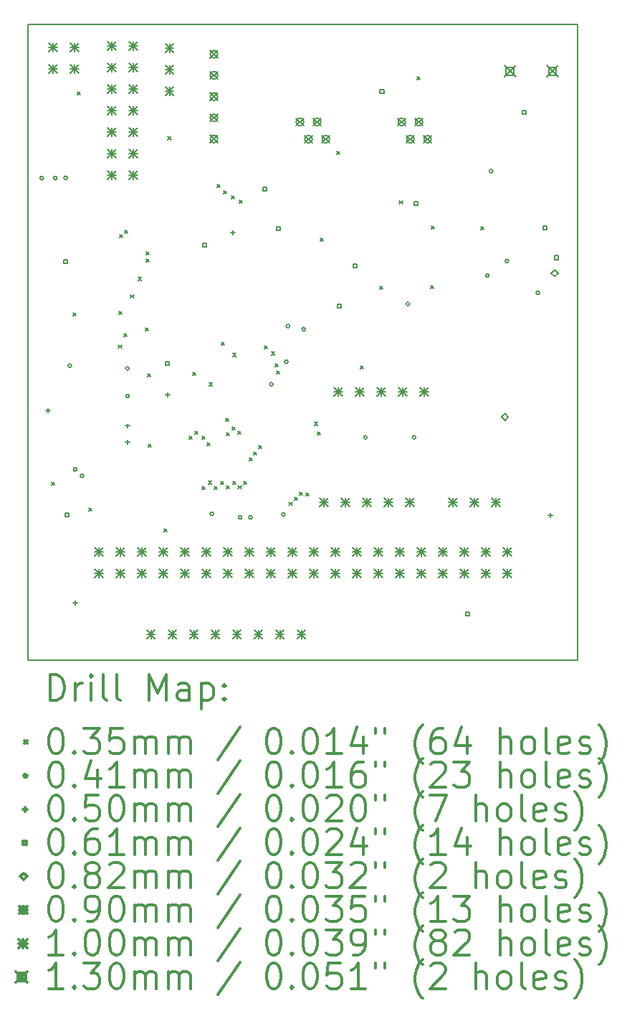
<source format=gbr>
%FSLAX45Y45*%
G04 Gerber Fmt 4.5, Leading zero omitted, Abs format (unit mm)*
G04 Created by KiCad (PCBNEW 4.0.7) date 06/19/19 10:20:38*
%MOMM*%
%LPD*%
G01*
G04 APERTURE LIST*
%ADD10C,0.127000*%
%ADD11C,0.150000*%
%ADD12C,0.200000*%
%ADD13C,0.300000*%
G04 APERTURE END LIST*
D10*
D11*
X6500000Y7500000D02*
X0Y7500000D01*
X6500000Y0D02*
X6500000Y7500000D01*
X0Y0D02*
X6500000Y0D01*
X0Y7500000D02*
X0Y0D01*
D12*
X281331Y2103583D02*
X316331Y2068583D01*
X316331Y2103583D02*
X281331Y2068583D01*
X537583Y4098720D02*
X572583Y4063720D01*
X572583Y4098720D02*
X537583Y4063720D01*
X587500Y6705000D02*
X622500Y6670000D01*
X622500Y6705000D02*
X587500Y6670000D01*
X720000Y1792500D02*
X755000Y1757500D01*
X755000Y1792500D02*
X720000Y1757500D01*
X1072500Y3717500D02*
X1107500Y3682500D01*
X1107500Y3717500D02*
X1072500Y3682500D01*
X1077500Y4117500D02*
X1112500Y4082500D01*
X1112500Y4117500D02*
X1077500Y4082500D01*
X1083305Y5018686D02*
X1118305Y4983686D01*
X1118305Y5018686D02*
X1083305Y4983686D01*
X1137500Y3852500D02*
X1172500Y3817500D01*
X1172500Y3852500D02*
X1137500Y3817500D01*
X1142500Y5072500D02*
X1177500Y5037500D01*
X1177500Y5072500D02*
X1142500Y5037500D01*
X1217500Y4312500D02*
X1252500Y4277500D01*
X1252500Y4312500D02*
X1217500Y4277500D01*
X1307501Y4517499D02*
X1342501Y4482499D01*
X1342501Y4517499D02*
X1307501Y4482499D01*
X1392500Y3922500D02*
X1427500Y3887500D01*
X1427500Y3922500D02*
X1392500Y3887500D01*
X1397500Y4816430D02*
X1432500Y4781430D01*
X1432500Y4816430D02*
X1397500Y4781430D01*
X1397500Y4732500D02*
X1432500Y4697500D01*
X1432500Y4732500D02*
X1397500Y4697500D01*
X1418355Y3382046D02*
X1453355Y3347046D01*
X1453355Y3382046D02*
X1418355Y3347046D01*
X1422611Y2546920D02*
X1457611Y2511920D01*
X1457611Y2546920D02*
X1422611Y2511920D01*
X1611262Y1550670D02*
X1646262Y1515670D01*
X1646262Y1550670D02*
X1611262Y1515670D01*
X1657500Y6177500D02*
X1692500Y6142500D01*
X1692500Y6177500D02*
X1657500Y6142500D01*
X1907500Y2642500D02*
X1942500Y2607500D01*
X1942500Y2642500D02*
X1907500Y2607500D01*
X1946019Y3392783D02*
X1981019Y3357783D01*
X1981019Y3392783D02*
X1946019Y3357783D01*
X1976731Y2703512D02*
X2011731Y2668512D01*
X2011731Y2703512D02*
X1976731Y2668512D01*
X2059992Y2643107D02*
X2094992Y2608107D01*
X2094992Y2643107D02*
X2059992Y2608107D01*
X2061329Y2051964D02*
X2096329Y2016964D01*
X2096329Y2051964D02*
X2061329Y2016964D01*
X2120398Y2566375D02*
X2155398Y2531375D01*
X2155398Y2566375D02*
X2120398Y2531375D01*
X2136006Y2112677D02*
X2171006Y2077677D01*
X2171006Y2112677D02*
X2136006Y2077677D01*
X2145467Y3273444D02*
X2180467Y3238444D01*
X2180467Y3273444D02*
X2145467Y3238444D01*
X2202331Y2051219D02*
X2237331Y2016219D01*
X2237331Y2051219D02*
X2202331Y2016219D01*
X2236029Y5615798D02*
X2271029Y5580799D01*
X2271029Y5615798D02*
X2236029Y5580799D01*
X2277175Y2105375D02*
X2312175Y2070375D01*
X2312175Y2105375D02*
X2277175Y2070375D01*
X2286184Y3753203D02*
X2321184Y3718203D01*
X2321184Y3753203D02*
X2286184Y3718203D01*
X2315291Y5541101D02*
X2350291Y5506101D01*
X2350291Y5541101D02*
X2315291Y5506101D01*
X2340617Y2855696D02*
X2375617Y2820696D01*
X2375617Y2855696D02*
X2340617Y2820696D01*
X2344609Y2686733D02*
X2379609Y2651733D01*
X2379609Y2686733D02*
X2344609Y2651733D01*
X2348492Y2058792D02*
X2383492Y2023792D01*
X2383492Y2058792D02*
X2348492Y2023792D01*
X2403599Y5479697D02*
X2438599Y5444697D01*
X2438599Y5479697D02*
X2403599Y5444697D01*
X2416451Y2753254D02*
X2451451Y2718254D01*
X2451451Y2753254D02*
X2416451Y2718254D01*
X2423264Y2107896D02*
X2458264Y2072896D01*
X2458264Y2107896D02*
X2423264Y2072896D01*
X2426735Y3620829D02*
X2461735Y3585829D01*
X2461735Y3620829D02*
X2426735Y3585829D01*
X2480312Y2702698D02*
X2515312Y2667698D01*
X2515312Y2702698D02*
X2480312Y2667698D01*
X2487500Y2057500D02*
X2522500Y2022500D01*
X2522500Y2057500D02*
X2487500Y2022500D01*
X2500684Y5425834D02*
X2535684Y5390834D01*
X2535684Y5425834D02*
X2500684Y5390834D01*
X2548958Y2108715D02*
X2583958Y2073715D01*
X2583958Y2108715D02*
X2548958Y2073715D01*
X2621292Y2384928D02*
X2656292Y2349928D01*
X2656292Y2384928D02*
X2621292Y2349928D01*
X2670468Y2458663D02*
X2705468Y2423663D01*
X2705468Y2458663D02*
X2670468Y2423663D01*
X2728680Y2535333D02*
X2763680Y2500333D01*
X2763680Y2535333D02*
X2728680Y2500333D01*
X2799567Y3707447D02*
X2834567Y3672447D01*
X2834567Y3707447D02*
X2799567Y3672447D01*
X2877945Y3637777D02*
X2912945Y3602777D01*
X2912945Y3637777D02*
X2877945Y3602777D01*
X2920991Y3500768D02*
X2955991Y3465768D01*
X2955991Y3500768D02*
X2920991Y3465768D01*
X2941881Y3413865D02*
X2976881Y3378865D01*
X2976881Y3413865D02*
X2941881Y3378865D01*
X3087741Y1862816D02*
X3122741Y1827816D01*
X3122741Y1862816D02*
X3087741Y1827816D01*
X3150176Y1925620D02*
X3185176Y1890620D01*
X3185176Y1925620D02*
X3150176Y1890620D01*
X3209354Y1979454D02*
X3244354Y1944454D01*
X3244354Y1979454D02*
X3209354Y1944454D01*
X3289330Y1973702D02*
X3324330Y1938702D01*
X3324330Y1973702D02*
X3289330Y1938702D01*
X3387500Y2807500D02*
X3422500Y2772500D01*
X3422500Y2807500D02*
X3387500Y2772500D01*
X3423901Y2692500D02*
X3458901Y2657500D01*
X3458901Y2692500D02*
X3423901Y2657500D01*
X3457500Y4982500D02*
X3492500Y4947500D01*
X3492500Y4982500D02*
X3457500Y4947500D01*
X3652500Y6002500D02*
X3687500Y5967500D01*
X3687500Y6002500D02*
X3652500Y5967500D01*
X3932500Y3472500D02*
X3967500Y3437500D01*
X3967500Y3472500D02*
X3932500Y3437500D01*
X4158348Y4412824D02*
X4193348Y4377824D01*
X4193348Y4412824D02*
X4158348Y4377824D01*
X4392500Y5417500D02*
X4427500Y5382500D01*
X4427500Y5417500D02*
X4392500Y5382500D01*
X4602500Y6882500D02*
X4637500Y6847500D01*
X4637500Y6882500D02*
X4602500Y6847500D01*
X4756904Y4422762D02*
X4791904Y4387762D01*
X4791904Y4422762D02*
X4756904Y4387762D01*
X4767500Y5120000D02*
X4802500Y5085000D01*
X4802500Y5120000D02*
X4767500Y5085000D01*
X5352500Y5117500D02*
X5387500Y5082500D01*
X5387500Y5117500D02*
X5352500Y5082500D01*
X185500Y5687500D02*
G75*
G03X185500Y5687500I-20500J0D01*
G01*
X345500Y5687500D02*
G75*
G03X345500Y5687500I-20500J0D01*
G01*
X468659Y5691460D02*
G75*
G03X468659Y5691460I-20500J0D01*
G01*
X515500Y3475000D02*
G75*
G03X515500Y3475000I-20500J0D01*
G01*
X580500Y2250000D02*
G75*
G03X580500Y2250000I-20500J0D01*
G01*
X661559Y2176770D02*
G75*
G03X661559Y2176770I-20500J0D01*
G01*
X1199021Y3441368D02*
G75*
G03X1199021Y3441368I-20500J0D01*
G01*
X1199021Y3114410D02*
G75*
G03X1199021Y3114410I-20500J0D01*
G01*
X2194322Y1727028D02*
G75*
G03X2194322Y1727028I-20500J0D01*
G01*
X2530500Y1685000D02*
G75*
G03X2530500Y1685000I-20500J0D01*
G01*
X2650500Y1685000D02*
G75*
G03X2650500Y1685000I-20500J0D01*
G01*
X2900500Y3255000D02*
G75*
G03X2900500Y3255000I-20500J0D01*
G01*
X3040500Y1720000D02*
G75*
G03X3040500Y1720000I-20500J0D01*
G01*
X3076811Y3522541D02*
G75*
G03X3076811Y3522541I-20500J0D01*
G01*
X3094516Y3941518D02*
G75*
G03X3094516Y3941518I-20500J0D01*
G01*
X3280500Y3905000D02*
G75*
G03X3280500Y3905000I-20500J0D01*
G01*
X4010500Y2630000D02*
G75*
G03X4010500Y2630000I-20500J0D01*
G01*
X4511381Y4204119D02*
G75*
G03X4511381Y4204119I-20500J0D01*
G01*
X4585500Y2630000D02*
G75*
G03X4585500Y2630000I-20500J0D01*
G01*
X5450500Y4540000D02*
G75*
G03X5450500Y4540000I-20500J0D01*
G01*
X5495500Y5770000D02*
G75*
G03X5495500Y5770000I-20500J0D01*
G01*
X5680500Y4710000D02*
G75*
G03X5680500Y4710000I-20500J0D01*
G01*
X6045500Y4335000D02*
G75*
G03X6045500Y4335000I-20500J0D01*
G01*
X240000Y2970000D02*
X240000Y2920000D01*
X215000Y2945000D02*
X265000Y2945000D01*
X560000Y700000D02*
X560000Y650000D01*
X535000Y675000D02*
X585000Y675000D01*
X1180000Y2790000D02*
X1180000Y2740000D01*
X1155000Y2765000D02*
X1205000Y2765000D01*
X1180000Y2600000D02*
X1180000Y2550000D01*
X1155000Y2575000D02*
X1205000Y2575000D01*
X1650000Y3155000D02*
X1650000Y3105000D01*
X1625000Y3130000D02*
X1675000Y3130000D01*
X2422826Y5074738D02*
X2422826Y5024738D01*
X2397826Y5049738D02*
X2447826Y5049738D01*
X6175000Y1735000D02*
X6175000Y1685000D01*
X6150000Y1710000D02*
X6200000Y1710000D01*
X466567Y4678433D02*
X466567Y4721567D01*
X423433Y4721567D01*
X423433Y4678433D01*
X466567Y4678433D01*
X484067Y1693433D02*
X484067Y1736567D01*
X440933Y1736567D01*
X440933Y1693433D01*
X484067Y1693433D01*
X1672232Y3482489D02*
X1672232Y3525623D01*
X1629098Y3525623D01*
X1629098Y3482489D01*
X1672232Y3482489D01*
X2111567Y4873433D02*
X2111567Y4916567D01*
X2068433Y4916567D01*
X2068433Y4873433D01*
X2111567Y4873433D01*
X2820351Y5540525D02*
X2820351Y5583659D01*
X2777217Y5583659D01*
X2777217Y5540525D01*
X2820351Y5540525D01*
X2985021Y5071580D02*
X2985021Y5114714D01*
X2941887Y5114714D01*
X2941887Y5071580D01*
X2985021Y5071580D01*
X3706567Y4158433D02*
X3706567Y4201567D01*
X3663433Y4201567D01*
X3663433Y4158433D01*
X3706567Y4158433D01*
X3891567Y4628433D02*
X3891567Y4671567D01*
X3848433Y4671567D01*
X3848433Y4628433D01*
X3891567Y4628433D01*
X4206567Y6688433D02*
X4206567Y6731567D01*
X4163433Y6731567D01*
X4163433Y6688433D01*
X4206567Y6688433D01*
X4611567Y5368433D02*
X4611567Y5411567D01*
X4568433Y5411567D01*
X4568433Y5368433D01*
X4611567Y5368433D01*
X5221567Y528433D02*
X5221567Y571567D01*
X5178433Y571567D01*
X5178433Y528433D01*
X5221567Y528433D01*
X5889067Y6440933D02*
X5889067Y6484067D01*
X5845933Y6484067D01*
X5845933Y6440933D01*
X5889067Y6440933D01*
X6136567Y5078433D02*
X6136567Y5121567D01*
X6093433Y5121567D01*
X6093433Y5078433D01*
X6136567Y5078433D01*
X6266567Y4728433D02*
X6266567Y4771567D01*
X6223433Y4771567D01*
X6223433Y4728433D01*
X6266567Y4728433D01*
X5637500Y2831500D02*
X5678500Y2872500D01*
X5637500Y2913500D01*
X5596500Y2872500D01*
X5637500Y2831500D01*
X6228125Y4526451D02*
X6269125Y4567451D01*
X6228125Y4608451D01*
X6187125Y4567451D01*
X6228125Y4526451D01*
X2155000Y7195000D02*
X2245000Y7105000D01*
X2245000Y7195000D02*
X2155000Y7105000D01*
X2245000Y7150000D02*
G75*
G03X2245000Y7150000I-45000J0D01*
G01*
X2155000Y6945000D02*
X2245000Y6855000D01*
X2245000Y6945000D02*
X2155000Y6855000D01*
X2245000Y6900000D02*
G75*
G03X2245000Y6900000I-45000J0D01*
G01*
X2155000Y6695000D02*
X2245000Y6605000D01*
X2245000Y6695000D02*
X2155000Y6605000D01*
X2245000Y6650000D02*
G75*
G03X2245000Y6650000I-45000J0D01*
G01*
X2155000Y6445000D02*
X2245000Y6355000D01*
X2245000Y6445000D02*
X2155000Y6355000D01*
X2245000Y6400000D02*
G75*
G03X2245000Y6400000I-45000J0D01*
G01*
X2155000Y6195000D02*
X2245000Y6105000D01*
X2245000Y6195000D02*
X2155000Y6105000D01*
X2245000Y6150000D02*
G75*
G03X2245000Y6150000I-45000J0D01*
G01*
X3171000Y6395000D02*
X3261000Y6305000D01*
X3261000Y6395000D02*
X3171000Y6305000D01*
X3261000Y6350000D02*
G75*
G03X3261000Y6350000I-45000J0D01*
G01*
X3273000Y6192000D02*
X3363000Y6102000D01*
X3363000Y6192000D02*
X3273000Y6102000D01*
X3363000Y6147000D02*
G75*
G03X3363000Y6147000I-45000J0D01*
G01*
X3375000Y6395000D02*
X3465000Y6305000D01*
X3465000Y6395000D02*
X3375000Y6305000D01*
X3465000Y6350000D02*
G75*
G03X3465000Y6350000I-45000J0D01*
G01*
X3477000Y6192000D02*
X3567000Y6102000D01*
X3567000Y6192000D02*
X3477000Y6102000D01*
X3567000Y6147000D02*
G75*
G03X3567000Y6147000I-45000J0D01*
G01*
X4374000Y6395000D02*
X4464000Y6305000D01*
X4464000Y6395000D02*
X4374000Y6305000D01*
X4464000Y6350000D02*
G75*
G03X4464000Y6350000I-45000J0D01*
G01*
X4476000Y6192000D02*
X4566000Y6102000D01*
X4566000Y6192000D02*
X4476000Y6102000D01*
X4566000Y6147000D02*
G75*
G03X4566000Y6147000I-45000J0D01*
G01*
X4578000Y6395000D02*
X4668000Y6305000D01*
X4668000Y6395000D02*
X4578000Y6305000D01*
X4668000Y6350000D02*
G75*
G03X4668000Y6350000I-45000J0D01*
G01*
X4680000Y6192000D02*
X4770000Y6102000D01*
X4770000Y6192000D02*
X4680000Y6102000D01*
X4770000Y6147000D02*
G75*
G03X4770000Y6147000I-45000J0D01*
G01*
X250000Y7284000D02*
X350000Y7184000D01*
X350000Y7284000D02*
X250000Y7184000D01*
X300000Y7284000D02*
X300000Y7184000D01*
X250000Y7234000D02*
X350000Y7234000D01*
X250000Y7030000D02*
X350000Y6930000D01*
X350000Y7030000D02*
X250000Y6930000D01*
X300000Y7030000D02*
X300000Y6930000D01*
X250000Y6980000D02*
X350000Y6980000D01*
X504000Y7284000D02*
X604000Y7184000D01*
X604000Y7284000D02*
X504000Y7184000D01*
X554000Y7284000D02*
X554000Y7184000D01*
X504000Y7234000D02*
X604000Y7234000D01*
X504000Y7030000D02*
X604000Y6930000D01*
X604000Y7030000D02*
X504000Y6930000D01*
X554000Y7030000D02*
X554000Y6930000D01*
X504000Y6980000D02*
X604000Y6980000D01*
X789000Y1330000D02*
X889000Y1230000D01*
X889000Y1330000D02*
X789000Y1230000D01*
X839000Y1330000D02*
X839000Y1230000D01*
X789000Y1280000D02*
X889000Y1280000D01*
X789000Y1076000D02*
X889000Y976000D01*
X889000Y1076000D02*
X789000Y976000D01*
X839000Y1076000D02*
X839000Y976000D01*
X789000Y1026000D02*
X889000Y1026000D01*
X946000Y7300000D02*
X1046000Y7200000D01*
X1046000Y7300000D02*
X946000Y7200000D01*
X996000Y7300000D02*
X996000Y7200000D01*
X946000Y7250000D02*
X1046000Y7250000D01*
X946000Y7046000D02*
X1046000Y6946000D01*
X1046000Y7046000D02*
X946000Y6946000D01*
X996000Y7046000D02*
X996000Y6946000D01*
X946000Y6996000D02*
X1046000Y6996000D01*
X946000Y6792000D02*
X1046000Y6692000D01*
X1046000Y6792000D02*
X946000Y6692000D01*
X996000Y6792000D02*
X996000Y6692000D01*
X946000Y6742000D02*
X1046000Y6742000D01*
X946000Y6538000D02*
X1046000Y6438000D01*
X1046000Y6538000D02*
X946000Y6438000D01*
X996000Y6538000D02*
X996000Y6438000D01*
X946000Y6488000D02*
X1046000Y6488000D01*
X946000Y6284000D02*
X1046000Y6184000D01*
X1046000Y6284000D02*
X946000Y6184000D01*
X996000Y6284000D02*
X996000Y6184000D01*
X946000Y6234000D02*
X1046000Y6234000D01*
X946000Y6030000D02*
X1046000Y5930000D01*
X1046000Y6030000D02*
X946000Y5930000D01*
X996000Y6030000D02*
X996000Y5930000D01*
X946000Y5980000D02*
X1046000Y5980000D01*
X946000Y5776000D02*
X1046000Y5676000D01*
X1046000Y5776000D02*
X946000Y5676000D01*
X996000Y5776000D02*
X996000Y5676000D01*
X946000Y5726000D02*
X1046000Y5726000D01*
X1043000Y1330000D02*
X1143000Y1230000D01*
X1143000Y1330000D02*
X1043000Y1230000D01*
X1093000Y1330000D02*
X1093000Y1230000D01*
X1043000Y1280000D02*
X1143000Y1280000D01*
X1043000Y1076000D02*
X1143000Y976000D01*
X1143000Y1076000D02*
X1043000Y976000D01*
X1093000Y1076000D02*
X1093000Y976000D01*
X1043000Y1026000D02*
X1143000Y1026000D01*
X1200000Y7300000D02*
X1300000Y7200000D01*
X1300000Y7300000D02*
X1200000Y7200000D01*
X1250000Y7300000D02*
X1250000Y7200000D01*
X1200000Y7250000D02*
X1300000Y7250000D01*
X1200000Y7046000D02*
X1300000Y6946000D01*
X1300000Y7046000D02*
X1200000Y6946000D01*
X1250000Y7046000D02*
X1250000Y6946000D01*
X1200000Y6996000D02*
X1300000Y6996000D01*
X1200000Y6792000D02*
X1300000Y6692000D01*
X1300000Y6792000D02*
X1200000Y6692000D01*
X1250000Y6792000D02*
X1250000Y6692000D01*
X1200000Y6742000D02*
X1300000Y6742000D01*
X1200000Y6538000D02*
X1300000Y6438000D01*
X1300000Y6538000D02*
X1200000Y6438000D01*
X1250000Y6538000D02*
X1250000Y6438000D01*
X1200000Y6488000D02*
X1300000Y6488000D01*
X1200000Y6284000D02*
X1300000Y6184000D01*
X1300000Y6284000D02*
X1200000Y6184000D01*
X1250000Y6284000D02*
X1250000Y6184000D01*
X1200000Y6234000D02*
X1300000Y6234000D01*
X1200000Y6030000D02*
X1300000Y5930000D01*
X1300000Y6030000D02*
X1200000Y5930000D01*
X1250000Y6030000D02*
X1250000Y5930000D01*
X1200000Y5980000D02*
X1300000Y5980000D01*
X1200000Y5776000D02*
X1300000Y5676000D01*
X1300000Y5776000D02*
X1200000Y5676000D01*
X1250000Y5776000D02*
X1250000Y5676000D01*
X1200000Y5726000D02*
X1300000Y5726000D01*
X1297000Y1330000D02*
X1397000Y1230000D01*
X1397000Y1330000D02*
X1297000Y1230000D01*
X1347000Y1330000D02*
X1347000Y1230000D01*
X1297000Y1280000D02*
X1397000Y1280000D01*
X1297000Y1076000D02*
X1397000Y976000D01*
X1397000Y1076000D02*
X1297000Y976000D01*
X1347000Y1076000D02*
X1347000Y976000D01*
X1297000Y1026000D02*
X1397000Y1026000D01*
X1405000Y355000D02*
X1505000Y255000D01*
X1505000Y355000D02*
X1405000Y255000D01*
X1455000Y355000D02*
X1455000Y255000D01*
X1405000Y305000D02*
X1505000Y305000D01*
X1551000Y1330000D02*
X1651000Y1230000D01*
X1651000Y1330000D02*
X1551000Y1230000D01*
X1601000Y1330000D02*
X1601000Y1230000D01*
X1551000Y1280000D02*
X1651000Y1280000D01*
X1551000Y1076000D02*
X1651000Y976000D01*
X1651000Y1076000D02*
X1551000Y976000D01*
X1601000Y1076000D02*
X1601000Y976000D01*
X1551000Y1026000D02*
X1651000Y1026000D01*
X1625000Y7275000D02*
X1725000Y7175000D01*
X1725000Y7275000D02*
X1625000Y7175000D01*
X1675000Y7275000D02*
X1675000Y7175000D01*
X1625000Y7225000D02*
X1725000Y7225000D01*
X1625000Y7021000D02*
X1725000Y6921000D01*
X1725000Y7021000D02*
X1625000Y6921000D01*
X1675000Y7021000D02*
X1675000Y6921000D01*
X1625000Y6971000D02*
X1725000Y6971000D01*
X1625000Y6767000D02*
X1725000Y6667000D01*
X1725000Y6767000D02*
X1625000Y6667000D01*
X1675000Y6767000D02*
X1675000Y6667000D01*
X1625000Y6717000D02*
X1725000Y6717000D01*
X1659000Y355000D02*
X1759000Y255000D01*
X1759000Y355000D02*
X1659000Y255000D01*
X1709000Y355000D02*
X1709000Y255000D01*
X1659000Y305000D02*
X1759000Y305000D01*
X1805000Y1330000D02*
X1905000Y1230000D01*
X1905000Y1330000D02*
X1805000Y1230000D01*
X1855000Y1330000D02*
X1855000Y1230000D01*
X1805000Y1280000D02*
X1905000Y1280000D01*
X1805000Y1076000D02*
X1905000Y976000D01*
X1905000Y1076000D02*
X1805000Y976000D01*
X1855000Y1076000D02*
X1855000Y976000D01*
X1805000Y1026000D02*
X1905000Y1026000D01*
X1913000Y355000D02*
X2013000Y255000D01*
X2013000Y355000D02*
X1913000Y255000D01*
X1963000Y355000D02*
X1963000Y255000D01*
X1913000Y305000D02*
X2013000Y305000D01*
X2059000Y1330000D02*
X2159000Y1230000D01*
X2159000Y1330000D02*
X2059000Y1230000D01*
X2109000Y1330000D02*
X2109000Y1230000D01*
X2059000Y1280000D02*
X2159000Y1280000D01*
X2059000Y1076000D02*
X2159000Y976000D01*
X2159000Y1076000D02*
X2059000Y976000D01*
X2109000Y1076000D02*
X2109000Y976000D01*
X2059000Y1026000D02*
X2159000Y1026000D01*
X2167000Y355000D02*
X2267000Y255000D01*
X2267000Y355000D02*
X2167000Y255000D01*
X2217000Y355000D02*
X2217000Y255000D01*
X2167000Y305000D02*
X2267000Y305000D01*
X2313000Y1330000D02*
X2413000Y1230000D01*
X2413000Y1330000D02*
X2313000Y1230000D01*
X2363000Y1330000D02*
X2363000Y1230000D01*
X2313000Y1280000D02*
X2413000Y1280000D01*
X2313000Y1076000D02*
X2413000Y976000D01*
X2413000Y1076000D02*
X2313000Y976000D01*
X2363000Y1076000D02*
X2363000Y976000D01*
X2313000Y1026000D02*
X2413000Y1026000D01*
X2421000Y355000D02*
X2521000Y255000D01*
X2521000Y355000D02*
X2421000Y255000D01*
X2471000Y355000D02*
X2471000Y255000D01*
X2421000Y305000D02*
X2521000Y305000D01*
X2567000Y1330000D02*
X2667000Y1230000D01*
X2667000Y1330000D02*
X2567000Y1230000D01*
X2617000Y1330000D02*
X2617000Y1230000D01*
X2567000Y1280000D02*
X2667000Y1280000D01*
X2567000Y1076000D02*
X2667000Y976000D01*
X2667000Y1076000D02*
X2567000Y976000D01*
X2617000Y1076000D02*
X2617000Y976000D01*
X2567000Y1026000D02*
X2667000Y1026000D01*
X2675000Y355000D02*
X2775000Y255000D01*
X2775000Y355000D02*
X2675000Y255000D01*
X2725000Y355000D02*
X2725000Y255000D01*
X2675000Y305000D02*
X2775000Y305000D01*
X2821000Y1330000D02*
X2921000Y1230000D01*
X2921000Y1330000D02*
X2821000Y1230000D01*
X2871000Y1330000D02*
X2871000Y1230000D01*
X2821000Y1280000D02*
X2921000Y1280000D01*
X2821000Y1076000D02*
X2921000Y976000D01*
X2921000Y1076000D02*
X2821000Y976000D01*
X2871000Y1076000D02*
X2871000Y976000D01*
X2821000Y1026000D02*
X2921000Y1026000D01*
X2929000Y355000D02*
X3029000Y255000D01*
X3029000Y355000D02*
X2929000Y255000D01*
X2979000Y355000D02*
X2979000Y255000D01*
X2929000Y305000D02*
X3029000Y305000D01*
X3075000Y1330000D02*
X3175000Y1230000D01*
X3175000Y1330000D02*
X3075000Y1230000D01*
X3125000Y1330000D02*
X3125000Y1230000D01*
X3075000Y1280000D02*
X3175000Y1280000D01*
X3075000Y1076000D02*
X3175000Y976000D01*
X3175000Y1076000D02*
X3075000Y976000D01*
X3125000Y1076000D02*
X3125000Y976000D01*
X3075000Y1026000D02*
X3175000Y1026000D01*
X3183000Y355000D02*
X3283000Y255000D01*
X3283000Y355000D02*
X3183000Y255000D01*
X3233000Y355000D02*
X3233000Y255000D01*
X3183000Y305000D02*
X3283000Y305000D01*
X3329000Y1330000D02*
X3429000Y1230000D01*
X3429000Y1330000D02*
X3329000Y1230000D01*
X3379000Y1330000D02*
X3379000Y1230000D01*
X3329000Y1280000D02*
X3429000Y1280000D01*
X3329000Y1076000D02*
X3429000Y976000D01*
X3429000Y1076000D02*
X3329000Y976000D01*
X3379000Y1076000D02*
X3379000Y976000D01*
X3329000Y1026000D02*
X3429000Y1026000D01*
X3446000Y1915000D02*
X3546000Y1815000D01*
X3546000Y1915000D02*
X3446000Y1815000D01*
X3496000Y1915000D02*
X3496000Y1815000D01*
X3446000Y1865000D02*
X3546000Y1865000D01*
X3583000Y1330000D02*
X3683000Y1230000D01*
X3683000Y1330000D02*
X3583000Y1230000D01*
X3633000Y1330000D02*
X3633000Y1230000D01*
X3583000Y1280000D02*
X3683000Y1280000D01*
X3583000Y1076000D02*
X3683000Y976000D01*
X3683000Y1076000D02*
X3583000Y976000D01*
X3633000Y1076000D02*
X3633000Y976000D01*
X3583000Y1026000D02*
X3683000Y1026000D01*
X3617000Y3220000D02*
X3717000Y3120000D01*
X3717000Y3220000D02*
X3617000Y3120000D01*
X3667000Y3220000D02*
X3667000Y3120000D01*
X3617000Y3170000D02*
X3717000Y3170000D01*
X3700000Y1915000D02*
X3800000Y1815000D01*
X3800000Y1915000D02*
X3700000Y1815000D01*
X3750000Y1915000D02*
X3750000Y1815000D01*
X3700000Y1865000D02*
X3800000Y1865000D01*
X3837000Y1330000D02*
X3937000Y1230000D01*
X3937000Y1330000D02*
X3837000Y1230000D01*
X3887000Y1330000D02*
X3887000Y1230000D01*
X3837000Y1280000D02*
X3937000Y1280000D01*
X3837000Y1076000D02*
X3937000Y976000D01*
X3937000Y1076000D02*
X3837000Y976000D01*
X3887000Y1076000D02*
X3887000Y976000D01*
X3837000Y1026000D02*
X3937000Y1026000D01*
X3871000Y3220000D02*
X3971000Y3120000D01*
X3971000Y3220000D02*
X3871000Y3120000D01*
X3921000Y3220000D02*
X3921000Y3120000D01*
X3871000Y3170000D02*
X3971000Y3170000D01*
X3954000Y1915000D02*
X4054000Y1815000D01*
X4054000Y1915000D02*
X3954000Y1815000D01*
X4004000Y1915000D02*
X4004000Y1815000D01*
X3954000Y1865000D02*
X4054000Y1865000D01*
X4091000Y1330000D02*
X4191000Y1230000D01*
X4191000Y1330000D02*
X4091000Y1230000D01*
X4141000Y1330000D02*
X4141000Y1230000D01*
X4091000Y1280000D02*
X4191000Y1280000D01*
X4091000Y1076000D02*
X4191000Y976000D01*
X4191000Y1076000D02*
X4091000Y976000D01*
X4141000Y1076000D02*
X4141000Y976000D01*
X4091000Y1026000D02*
X4191000Y1026000D01*
X4125000Y3220000D02*
X4225000Y3120000D01*
X4225000Y3220000D02*
X4125000Y3120000D01*
X4175000Y3220000D02*
X4175000Y3120000D01*
X4125000Y3170000D02*
X4225000Y3170000D01*
X4208000Y1915000D02*
X4308000Y1815000D01*
X4308000Y1915000D02*
X4208000Y1815000D01*
X4258000Y1915000D02*
X4258000Y1815000D01*
X4208000Y1865000D02*
X4308000Y1865000D01*
X4345000Y1330000D02*
X4445000Y1230000D01*
X4445000Y1330000D02*
X4345000Y1230000D01*
X4395000Y1330000D02*
X4395000Y1230000D01*
X4345000Y1280000D02*
X4445000Y1280000D01*
X4345000Y1076000D02*
X4445000Y976000D01*
X4445000Y1076000D02*
X4345000Y976000D01*
X4395000Y1076000D02*
X4395000Y976000D01*
X4345000Y1026000D02*
X4445000Y1026000D01*
X4379000Y3220000D02*
X4479000Y3120000D01*
X4479000Y3220000D02*
X4379000Y3120000D01*
X4429000Y3220000D02*
X4429000Y3120000D01*
X4379000Y3170000D02*
X4479000Y3170000D01*
X4462000Y1915000D02*
X4562000Y1815000D01*
X4562000Y1915000D02*
X4462000Y1815000D01*
X4512000Y1915000D02*
X4512000Y1815000D01*
X4462000Y1865000D02*
X4562000Y1865000D01*
X4599000Y1330000D02*
X4699000Y1230000D01*
X4699000Y1330000D02*
X4599000Y1230000D01*
X4649000Y1330000D02*
X4649000Y1230000D01*
X4599000Y1280000D02*
X4699000Y1280000D01*
X4599000Y1076000D02*
X4699000Y976000D01*
X4699000Y1076000D02*
X4599000Y976000D01*
X4649000Y1076000D02*
X4649000Y976000D01*
X4599000Y1026000D02*
X4699000Y1026000D01*
X4633000Y3220000D02*
X4733000Y3120000D01*
X4733000Y3220000D02*
X4633000Y3120000D01*
X4683000Y3220000D02*
X4683000Y3120000D01*
X4633000Y3170000D02*
X4733000Y3170000D01*
X4853000Y1330000D02*
X4953000Y1230000D01*
X4953000Y1330000D02*
X4853000Y1230000D01*
X4903000Y1330000D02*
X4903000Y1230000D01*
X4853000Y1280000D02*
X4953000Y1280000D01*
X4853000Y1076000D02*
X4953000Y976000D01*
X4953000Y1076000D02*
X4853000Y976000D01*
X4903000Y1076000D02*
X4903000Y976000D01*
X4853000Y1026000D02*
X4953000Y1026000D01*
X4970000Y1915000D02*
X5070000Y1815000D01*
X5070000Y1915000D02*
X4970000Y1815000D01*
X5020000Y1915000D02*
X5020000Y1815000D01*
X4970000Y1865000D02*
X5070000Y1865000D01*
X5107000Y1330000D02*
X5207000Y1230000D01*
X5207000Y1330000D02*
X5107000Y1230000D01*
X5157000Y1330000D02*
X5157000Y1230000D01*
X5107000Y1280000D02*
X5207000Y1280000D01*
X5107000Y1076000D02*
X5207000Y976000D01*
X5207000Y1076000D02*
X5107000Y976000D01*
X5157000Y1076000D02*
X5157000Y976000D01*
X5107000Y1026000D02*
X5207000Y1026000D01*
X5224000Y1915000D02*
X5324000Y1815000D01*
X5324000Y1915000D02*
X5224000Y1815000D01*
X5274000Y1915000D02*
X5274000Y1815000D01*
X5224000Y1865000D02*
X5324000Y1865000D01*
X5361000Y1330000D02*
X5461000Y1230000D01*
X5461000Y1330000D02*
X5361000Y1230000D01*
X5411000Y1330000D02*
X5411000Y1230000D01*
X5361000Y1280000D02*
X5461000Y1280000D01*
X5361000Y1076000D02*
X5461000Y976000D01*
X5461000Y1076000D02*
X5361000Y976000D01*
X5411000Y1076000D02*
X5411000Y976000D01*
X5361000Y1026000D02*
X5461000Y1026000D01*
X5478000Y1915000D02*
X5578000Y1815000D01*
X5578000Y1915000D02*
X5478000Y1815000D01*
X5528000Y1915000D02*
X5528000Y1815000D01*
X5478000Y1865000D02*
X5578000Y1865000D01*
X5615000Y1330000D02*
X5715000Y1230000D01*
X5715000Y1330000D02*
X5615000Y1230000D01*
X5665000Y1330000D02*
X5665000Y1230000D01*
X5615000Y1280000D02*
X5715000Y1280000D01*
X5615000Y1076000D02*
X5715000Y976000D01*
X5715000Y1076000D02*
X5615000Y976000D01*
X5665000Y1076000D02*
X5665000Y976000D01*
X5615000Y1026000D02*
X5715000Y1026000D01*
X5635000Y7015000D02*
X5765000Y6885000D01*
X5765000Y7015000D02*
X5635000Y6885000D01*
X5745962Y6904038D02*
X5745962Y6995962D01*
X5654038Y6995962D01*
X5654038Y6904038D01*
X5745962Y6904038D01*
X6135000Y7015000D02*
X6265000Y6885000D01*
X6265000Y7015000D02*
X6135000Y6885000D01*
X6245962Y6904038D02*
X6245962Y6995962D01*
X6154038Y6995962D01*
X6154038Y6904038D01*
X6245962Y6904038D01*
D13*
X263929Y-473214D02*
X263929Y-173214D01*
X335357Y-173214D01*
X378214Y-187500D01*
X406786Y-216071D01*
X421071Y-244643D01*
X435357Y-301786D01*
X435357Y-344643D01*
X421071Y-401786D01*
X406786Y-430357D01*
X378214Y-458929D01*
X335357Y-473214D01*
X263929Y-473214D01*
X563929Y-473214D02*
X563929Y-273214D01*
X563929Y-330357D02*
X578214Y-301786D01*
X592500Y-287500D01*
X621071Y-273214D01*
X649643Y-273214D01*
X749643Y-473214D02*
X749643Y-273214D01*
X749643Y-173214D02*
X735357Y-187500D01*
X749643Y-201786D01*
X763928Y-187500D01*
X749643Y-173214D01*
X749643Y-201786D01*
X935357Y-473214D02*
X906786Y-458929D01*
X892500Y-430357D01*
X892500Y-173214D01*
X1092500Y-473214D02*
X1063929Y-458929D01*
X1049643Y-430357D01*
X1049643Y-173214D01*
X1435357Y-473214D02*
X1435357Y-173214D01*
X1535357Y-387500D01*
X1635357Y-173214D01*
X1635357Y-473214D01*
X1906786Y-473214D02*
X1906786Y-316072D01*
X1892500Y-287500D01*
X1863928Y-273214D01*
X1806786Y-273214D01*
X1778214Y-287500D01*
X1906786Y-458929D02*
X1878214Y-473214D01*
X1806786Y-473214D01*
X1778214Y-458929D01*
X1763928Y-430357D01*
X1763928Y-401786D01*
X1778214Y-373214D01*
X1806786Y-358929D01*
X1878214Y-358929D01*
X1906786Y-344643D01*
X2049643Y-273214D02*
X2049643Y-573214D01*
X2049643Y-287500D02*
X2078214Y-273214D01*
X2135357Y-273214D01*
X2163929Y-287500D01*
X2178214Y-301786D01*
X2192500Y-330357D01*
X2192500Y-416071D01*
X2178214Y-444643D01*
X2163929Y-458929D01*
X2135357Y-473214D01*
X2078214Y-473214D01*
X2049643Y-458929D01*
X2321071Y-444643D02*
X2335357Y-458929D01*
X2321071Y-473214D01*
X2306786Y-458929D01*
X2321071Y-444643D01*
X2321071Y-473214D01*
X2321071Y-287500D02*
X2335357Y-301786D01*
X2321071Y-316072D01*
X2306786Y-301786D01*
X2321071Y-287500D01*
X2321071Y-316072D01*
X-42500Y-950000D02*
X-7500Y-985000D01*
X-7500Y-950000D02*
X-42500Y-985000D01*
X321071Y-803214D02*
X349643Y-803214D01*
X378214Y-817500D01*
X392500Y-831786D01*
X406786Y-860357D01*
X421071Y-917500D01*
X421071Y-988929D01*
X406786Y-1046071D01*
X392500Y-1074643D01*
X378214Y-1088929D01*
X349643Y-1103214D01*
X321071Y-1103214D01*
X292500Y-1088929D01*
X278214Y-1074643D01*
X263929Y-1046071D01*
X249643Y-988929D01*
X249643Y-917500D01*
X263929Y-860357D01*
X278214Y-831786D01*
X292500Y-817500D01*
X321071Y-803214D01*
X549643Y-1074643D02*
X563929Y-1088929D01*
X549643Y-1103214D01*
X535357Y-1088929D01*
X549643Y-1074643D01*
X549643Y-1103214D01*
X663928Y-803214D02*
X849643Y-803214D01*
X749643Y-917500D01*
X792500Y-917500D01*
X821071Y-931786D01*
X835357Y-946071D01*
X849643Y-974643D01*
X849643Y-1046071D01*
X835357Y-1074643D01*
X821071Y-1088929D01*
X792500Y-1103214D01*
X706786Y-1103214D01*
X678214Y-1088929D01*
X663928Y-1074643D01*
X1121071Y-803214D02*
X978214Y-803214D01*
X963928Y-946071D01*
X978214Y-931786D01*
X1006786Y-917500D01*
X1078214Y-917500D01*
X1106786Y-931786D01*
X1121071Y-946071D01*
X1135357Y-974643D01*
X1135357Y-1046071D01*
X1121071Y-1074643D01*
X1106786Y-1088929D01*
X1078214Y-1103214D01*
X1006786Y-1103214D01*
X978214Y-1088929D01*
X963928Y-1074643D01*
X1263929Y-1103214D02*
X1263929Y-903214D01*
X1263929Y-931786D02*
X1278214Y-917500D01*
X1306786Y-903214D01*
X1349643Y-903214D01*
X1378214Y-917500D01*
X1392500Y-946071D01*
X1392500Y-1103214D01*
X1392500Y-946071D02*
X1406786Y-917500D01*
X1435357Y-903214D01*
X1478214Y-903214D01*
X1506786Y-917500D01*
X1521071Y-946071D01*
X1521071Y-1103214D01*
X1663928Y-1103214D02*
X1663928Y-903214D01*
X1663928Y-931786D02*
X1678214Y-917500D01*
X1706786Y-903214D01*
X1749643Y-903214D01*
X1778214Y-917500D01*
X1792500Y-946071D01*
X1792500Y-1103214D01*
X1792500Y-946071D02*
X1806786Y-917500D01*
X1835357Y-903214D01*
X1878214Y-903214D01*
X1906786Y-917500D01*
X1921071Y-946071D01*
X1921071Y-1103214D01*
X2506786Y-788929D02*
X2249643Y-1174643D01*
X2892500Y-803214D02*
X2921071Y-803214D01*
X2949643Y-817500D01*
X2963928Y-831786D01*
X2978214Y-860357D01*
X2992500Y-917500D01*
X2992500Y-988929D01*
X2978214Y-1046071D01*
X2963928Y-1074643D01*
X2949643Y-1088929D01*
X2921071Y-1103214D01*
X2892500Y-1103214D01*
X2863928Y-1088929D01*
X2849643Y-1074643D01*
X2835357Y-1046071D01*
X2821071Y-988929D01*
X2821071Y-917500D01*
X2835357Y-860357D01*
X2849643Y-831786D01*
X2863928Y-817500D01*
X2892500Y-803214D01*
X3121071Y-1074643D02*
X3135357Y-1088929D01*
X3121071Y-1103214D01*
X3106786Y-1088929D01*
X3121071Y-1074643D01*
X3121071Y-1103214D01*
X3321071Y-803214D02*
X3349643Y-803214D01*
X3378214Y-817500D01*
X3392500Y-831786D01*
X3406785Y-860357D01*
X3421071Y-917500D01*
X3421071Y-988929D01*
X3406785Y-1046071D01*
X3392500Y-1074643D01*
X3378214Y-1088929D01*
X3349643Y-1103214D01*
X3321071Y-1103214D01*
X3292500Y-1088929D01*
X3278214Y-1074643D01*
X3263928Y-1046071D01*
X3249643Y-988929D01*
X3249643Y-917500D01*
X3263928Y-860357D01*
X3278214Y-831786D01*
X3292500Y-817500D01*
X3321071Y-803214D01*
X3706785Y-1103214D02*
X3535357Y-1103214D01*
X3621071Y-1103214D02*
X3621071Y-803214D01*
X3592500Y-846071D01*
X3563928Y-874643D01*
X3535357Y-888929D01*
X3963928Y-903214D02*
X3963928Y-1103214D01*
X3892500Y-788929D02*
X3821071Y-1003214D01*
X4006785Y-1003214D01*
X4106786Y-803214D02*
X4106786Y-860357D01*
X4221071Y-803214D02*
X4221071Y-860357D01*
X4663928Y-1217500D02*
X4649643Y-1203214D01*
X4621071Y-1160357D01*
X4606786Y-1131786D01*
X4592500Y-1088929D01*
X4578214Y-1017500D01*
X4578214Y-960357D01*
X4592500Y-888929D01*
X4606786Y-846071D01*
X4621071Y-817500D01*
X4649643Y-774643D01*
X4663928Y-760357D01*
X4906786Y-803214D02*
X4849643Y-803214D01*
X4821071Y-817500D01*
X4806786Y-831786D01*
X4778214Y-874643D01*
X4763928Y-931786D01*
X4763928Y-1046071D01*
X4778214Y-1074643D01*
X4792500Y-1088929D01*
X4821071Y-1103214D01*
X4878214Y-1103214D01*
X4906786Y-1088929D01*
X4921071Y-1074643D01*
X4935357Y-1046071D01*
X4935357Y-974643D01*
X4921071Y-946071D01*
X4906786Y-931786D01*
X4878214Y-917500D01*
X4821071Y-917500D01*
X4792500Y-931786D01*
X4778214Y-946071D01*
X4763928Y-974643D01*
X5192500Y-903214D02*
X5192500Y-1103214D01*
X5121071Y-788929D02*
X5049643Y-1003214D01*
X5235357Y-1003214D01*
X5578214Y-1103214D02*
X5578214Y-803214D01*
X5706785Y-1103214D02*
X5706785Y-946071D01*
X5692500Y-917500D01*
X5663928Y-903214D01*
X5621071Y-903214D01*
X5592500Y-917500D01*
X5578214Y-931786D01*
X5892500Y-1103214D02*
X5863928Y-1088929D01*
X5849643Y-1074643D01*
X5835357Y-1046071D01*
X5835357Y-960357D01*
X5849643Y-931786D01*
X5863928Y-917500D01*
X5892500Y-903214D01*
X5935357Y-903214D01*
X5963928Y-917500D01*
X5978214Y-931786D01*
X5992500Y-960357D01*
X5992500Y-1046071D01*
X5978214Y-1074643D01*
X5963928Y-1088929D01*
X5935357Y-1103214D01*
X5892500Y-1103214D01*
X6163928Y-1103214D02*
X6135357Y-1088929D01*
X6121071Y-1060357D01*
X6121071Y-803214D01*
X6392500Y-1088929D02*
X6363928Y-1103214D01*
X6306786Y-1103214D01*
X6278214Y-1088929D01*
X6263928Y-1060357D01*
X6263928Y-946071D01*
X6278214Y-917500D01*
X6306786Y-903214D01*
X6363928Y-903214D01*
X6392500Y-917500D01*
X6406786Y-946071D01*
X6406786Y-974643D01*
X6263928Y-1003214D01*
X6521071Y-1088929D02*
X6549643Y-1103214D01*
X6606786Y-1103214D01*
X6635357Y-1088929D01*
X6649643Y-1060357D01*
X6649643Y-1046071D01*
X6635357Y-1017500D01*
X6606786Y-1003214D01*
X6563928Y-1003214D01*
X6535357Y-988929D01*
X6521071Y-960357D01*
X6521071Y-946071D01*
X6535357Y-917500D01*
X6563928Y-903214D01*
X6606786Y-903214D01*
X6635357Y-917500D01*
X6749643Y-1217500D02*
X6763928Y-1203214D01*
X6792500Y-1160357D01*
X6806786Y-1131786D01*
X6821071Y-1088929D01*
X6835357Y-1017500D01*
X6835357Y-960357D01*
X6821071Y-888929D01*
X6806786Y-846071D01*
X6792500Y-817500D01*
X6763928Y-774643D01*
X6749643Y-760357D01*
X-7500Y-1363500D02*
G75*
G03X-7500Y-1363500I-20500J0D01*
G01*
X321071Y-1199214D02*
X349643Y-1199214D01*
X378214Y-1213500D01*
X392500Y-1227786D01*
X406786Y-1256357D01*
X421071Y-1313500D01*
X421071Y-1384929D01*
X406786Y-1442071D01*
X392500Y-1470643D01*
X378214Y-1484929D01*
X349643Y-1499214D01*
X321071Y-1499214D01*
X292500Y-1484929D01*
X278214Y-1470643D01*
X263929Y-1442071D01*
X249643Y-1384929D01*
X249643Y-1313500D01*
X263929Y-1256357D01*
X278214Y-1227786D01*
X292500Y-1213500D01*
X321071Y-1199214D01*
X549643Y-1470643D02*
X563929Y-1484929D01*
X549643Y-1499214D01*
X535357Y-1484929D01*
X549643Y-1470643D01*
X549643Y-1499214D01*
X821071Y-1299214D02*
X821071Y-1499214D01*
X749643Y-1184929D02*
X678214Y-1399214D01*
X863928Y-1399214D01*
X1135357Y-1499214D02*
X963928Y-1499214D01*
X1049643Y-1499214D02*
X1049643Y-1199214D01*
X1021071Y-1242072D01*
X992500Y-1270643D01*
X963928Y-1284929D01*
X1263929Y-1499214D02*
X1263929Y-1299214D01*
X1263929Y-1327786D02*
X1278214Y-1313500D01*
X1306786Y-1299214D01*
X1349643Y-1299214D01*
X1378214Y-1313500D01*
X1392500Y-1342072D01*
X1392500Y-1499214D01*
X1392500Y-1342072D02*
X1406786Y-1313500D01*
X1435357Y-1299214D01*
X1478214Y-1299214D01*
X1506786Y-1313500D01*
X1521071Y-1342072D01*
X1521071Y-1499214D01*
X1663928Y-1499214D02*
X1663928Y-1299214D01*
X1663928Y-1327786D02*
X1678214Y-1313500D01*
X1706786Y-1299214D01*
X1749643Y-1299214D01*
X1778214Y-1313500D01*
X1792500Y-1342072D01*
X1792500Y-1499214D01*
X1792500Y-1342072D02*
X1806786Y-1313500D01*
X1835357Y-1299214D01*
X1878214Y-1299214D01*
X1906786Y-1313500D01*
X1921071Y-1342072D01*
X1921071Y-1499214D01*
X2506786Y-1184929D02*
X2249643Y-1570643D01*
X2892500Y-1199214D02*
X2921071Y-1199214D01*
X2949643Y-1213500D01*
X2963928Y-1227786D01*
X2978214Y-1256357D01*
X2992500Y-1313500D01*
X2992500Y-1384929D01*
X2978214Y-1442071D01*
X2963928Y-1470643D01*
X2949643Y-1484929D01*
X2921071Y-1499214D01*
X2892500Y-1499214D01*
X2863928Y-1484929D01*
X2849643Y-1470643D01*
X2835357Y-1442071D01*
X2821071Y-1384929D01*
X2821071Y-1313500D01*
X2835357Y-1256357D01*
X2849643Y-1227786D01*
X2863928Y-1213500D01*
X2892500Y-1199214D01*
X3121071Y-1470643D02*
X3135357Y-1484929D01*
X3121071Y-1499214D01*
X3106786Y-1484929D01*
X3121071Y-1470643D01*
X3121071Y-1499214D01*
X3321071Y-1199214D02*
X3349643Y-1199214D01*
X3378214Y-1213500D01*
X3392500Y-1227786D01*
X3406785Y-1256357D01*
X3421071Y-1313500D01*
X3421071Y-1384929D01*
X3406785Y-1442071D01*
X3392500Y-1470643D01*
X3378214Y-1484929D01*
X3349643Y-1499214D01*
X3321071Y-1499214D01*
X3292500Y-1484929D01*
X3278214Y-1470643D01*
X3263928Y-1442071D01*
X3249643Y-1384929D01*
X3249643Y-1313500D01*
X3263928Y-1256357D01*
X3278214Y-1227786D01*
X3292500Y-1213500D01*
X3321071Y-1199214D01*
X3706785Y-1499214D02*
X3535357Y-1499214D01*
X3621071Y-1499214D02*
X3621071Y-1199214D01*
X3592500Y-1242072D01*
X3563928Y-1270643D01*
X3535357Y-1284929D01*
X3963928Y-1199214D02*
X3906785Y-1199214D01*
X3878214Y-1213500D01*
X3863928Y-1227786D01*
X3835357Y-1270643D01*
X3821071Y-1327786D01*
X3821071Y-1442071D01*
X3835357Y-1470643D01*
X3849643Y-1484929D01*
X3878214Y-1499214D01*
X3935357Y-1499214D01*
X3963928Y-1484929D01*
X3978214Y-1470643D01*
X3992500Y-1442071D01*
X3992500Y-1370643D01*
X3978214Y-1342072D01*
X3963928Y-1327786D01*
X3935357Y-1313500D01*
X3878214Y-1313500D01*
X3849643Y-1327786D01*
X3835357Y-1342072D01*
X3821071Y-1370643D01*
X4106786Y-1199214D02*
X4106786Y-1256357D01*
X4221071Y-1199214D02*
X4221071Y-1256357D01*
X4663928Y-1613500D02*
X4649643Y-1599214D01*
X4621071Y-1556357D01*
X4606786Y-1527786D01*
X4592500Y-1484929D01*
X4578214Y-1413500D01*
X4578214Y-1356357D01*
X4592500Y-1284929D01*
X4606786Y-1242072D01*
X4621071Y-1213500D01*
X4649643Y-1170643D01*
X4663928Y-1156357D01*
X4763928Y-1227786D02*
X4778214Y-1213500D01*
X4806786Y-1199214D01*
X4878214Y-1199214D01*
X4906786Y-1213500D01*
X4921071Y-1227786D01*
X4935357Y-1256357D01*
X4935357Y-1284929D01*
X4921071Y-1327786D01*
X4749643Y-1499214D01*
X4935357Y-1499214D01*
X5035357Y-1199214D02*
X5221071Y-1199214D01*
X5121071Y-1313500D01*
X5163928Y-1313500D01*
X5192500Y-1327786D01*
X5206786Y-1342072D01*
X5221071Y-1370643D01*
X5221071Y-1442071D01*
X5206786Y-1470643D01*
X5192500Y-1484929D01*
X5163928Y-1499214D01*
X5078214Y-1499214D01*
X5049643Y-1484929D01*
X5035357Y-1470643D01*
X5578214Y-1499214D02*
X5578214Y-1199214D01*
X5706785Y-1499214D02*
X5706785Y-1342072D01*
X5692500Y-1313500D01*
X5663928Y-1299214D01*
X5621071Y-1299214D01*
X5592500Y-1313500D01*
X5578214Y-1327786D01*
X5892500Y-1499214D02*
X5863928Y-1484929D01*
X5849643Y-1470643D01*
X5835357Y-1442071D01*
X5835357Y-1356357D01*
X5849643Y-1327786D01*
X5863928Y-1313500D01*
X5892500Y-1299214D01*
X5935357Y-1299214D01*
X5963928Y-1313500D01*
X5978214Y-1327786D01*
X5992500Y-1356357D01*
X5992500Y-1442071D01*
X5978214Y-1470643D01*
X5963928Y-1484929D01*
X5935357Y-1499214D01*
X5892500Y-1499214D01*
X6163928Y-1499214D02*
X6135357Y-1484929D01*
X6121071Y-1456357D01*
X6121071Y-1199214D01*
X6392500Y-1484929D02*
X6363928Y-1499214D01*
X6306786Y-1499214D01*
X6278214Y-1484929D01*
X6263928Y-1456357D01*
X6263928Y-1342072D01*
X6278214Y-1313500D01*
X6306786Y-1299214D01*
X6363928Y-1299214D01*
X6392500Y-1313500D01*
X6406786Y-1342072D01*
X6406786Y-1370643D01*
X6263928Y-1399214D01*
X6521071Y-1484929D02*
X6549643Y-1499214D01*
X6606786Y-1499214D01*
X6635357Y-1484929D01*
X6649643Y-1456357D01*
X6649643Y-1442071D01*
X6635357Y-1413500D01*
X6606786Y-1399214D01*
X6563928Y-1399214D01*
X6535357Y-1384929D01*
X6521071Y-1356357D01*
X6521071Y-1342072D01*
X6535357Y-1313500D01*
X6563928Y-1299214D01*
X6606786Y-1299214D01*
X6635357Y-1313500D01*
X6749643Y-1613500D02*
X6763928Y-1599214D01*
X6792500Y-1556357D01*
X6806786Y-1527786D01*
X6821071Y-1484929D01*
X6835357Y-1413500D01*
X6835357Y-1356357D01*
X6821071Y-1284929D01*
X6806786Y-1242072D01*
X6792500Y-1213500D01*
X6763928Y-1170643D01*
X6749643Y-1156357D01*
X-32500Y-1734500D02*
X-32500Y-1784500D01*
X-57500Y-1759500D02*
X-7500Y-1759500D01*
X321071Y-1595214D02*
X349643Y-1595214D01*
X378214Y-1609500D01*
X392500Y-1623786D01*
X406786Y-1652357D01*
X421071Y-1709500D01*
X421071Y-1780929D01*
X406786Y-1838071D01*
X392500Y-1866643D01*
X378214Y-1880929D01*
X349643Y-1895214D01*
X321071Y-1895214D01*
X292500Y-1880929D01*
X278214Y-1866643D01*
X263929Y-1838071D01*
X249643Y-1780929D01*
X249643Y-1709500D01*
X263929Y-1652357D01*
X278214Y-1623786D01*
X292500Y-1609500D01*
X321071Y-1595214D01*
X549643Y-1866643D02*
X563929Y-1880929D01*
X549643Y-1895214D01*
X535357Y-1880929D01*
X549643Y-1866643D01*
X549643Y-1895214D01*
X835357Y-1595214D02*
X692500Y-1595214D01*
X678214Y-1738071D01*
X692500Y-1723786D01*
X721071Y-1709500D01*
X792500Y-1709500D01*
X821071Y-1723786D01*
X835357Y-1738071D01*
X849643Y-1766643D01*
X849643Y-1838071D01*
X835357Y-1866643D01*
X821071Y-1880929D01*
X792500Y-1895214D01*
X721071Y-1895214D01*
X692500Y-1880929D01*
X678214Y-1866643D01*
X1035357Y-1595214D02*
X1063929Y-1595214D01*
X1092500Y-1609500D01*
X1106786Y-1623786D01*
X1121071Y-1652357D01*
X1135357Y-1709500D01*
X1135357Y-1780929D01*
X1121071Y-1838071D01*
X1106786Y-1866643D01*
X1092500Y-1880929D01*
X1063929Y-1895214D01*
X1035357Y-1895214D01*
X1006786Y-1880929D01*
X992500Y-1866643D01*
X978214Y-1838071D01*
X963928Y-1780929D01*
X963928Y-1709500D01*
X978214Y-1652357D01*
X992500Y-1623786D01*
X1006786Y-1609500D01*
X1035357Y-1595214D01*
X1263929Y-1895214D02*
X1263929Y-1695214D01*
X1263929Y-1723786D02*
X1278214Y-1709500D01*
X1306786Y-1695214D01*
X1349643Y-1695214D01*
X1378214Y-1709500D01*
X1392500Y-1738071D01*
X1392500Y-1895214D01*
X1392500Y-1738071D02*
X1406786Y-1709500D01*
X1435357Y-1695214D01*
X1478214Y-1695214D01*
X1506786Y-1709500D01*
X1521071Y-1738071D01*
X1521071Y-1895214D01*
X1663928Y-1895214D02*
X1663928Y-1695214D01*
X1663928Y-1723786D02*
X1678214Y-1709500D01*
X1706786Y-1695214D01*
X1749643Y-1695214D01*
X1778214Y-1709500D01*
X1792500Y-1738071D01*
X1792500Y-1895214D01*
X1792500Y-1738071D02*
X1806786Y-1709500D01*
X1835357Y-1695214D01*
X1878214Y-1695214D01*
X1906786Y-1709500D01*
X1921071Y-1738071D01*
X1921071Y-1895214D01*
X2506786Y-1580929D02*
X2249643Y-1966643D01*
X2892500Y-1595214D02*
X2921071Y-1595214D01*
X2949643Y-1609500D01*
X2963928Y-1623786D01*
X2978214Y-1652357D01*
X2992500Y-1709500D01*
X2992500Y-1780929D01*
X2978214Y-1838071D01*
X2963928Y-1866643D01*
X2949643Y-1880929D01*
X2921071Y-1895214D01*
X2892500Y-1895214D01*
X2863928Y-1880929D01*
X2849643Y-1866643D01*
X2835357Y-1838071D01*
X2821071Y-1780929D01*
X2821071Y-1709500D01*
X2835357Y-1652357D01*
X2849643Y-1623786D01*
X2863928Y-1609500D01*
X2892500Y-1595214D01*
X3121071Y-1866643D02*
X3135357Y-1880929D01*
X3121071Y-1895214D01*
X3106786Y-1880929D01*
X3121071Y-1866643D01*
X3121071Y-1895214D01*
X3321071Y-1595214D02*
X3349643Y-1595214D01*
X3378214Y-1609500D01*
X3392500Y-1623786D01*
X3406785Y-1652357D01*
X3421071Y-1709500D01*
X3421071Y-1780929D01*
X3406785Y-1838071D01*
X3392500Y-1866643D01*
X3378214Y-1880929D01*
X3349643Y-1895214D01*
X3321071Y-1895214D01*
X3292500Y-1880929D01*
X3278214Y-1866643D01*
X3263928Y-1838071D01*
X3249643Y-1780929D01*
X3249643Y-1709500D01*
X3263928Y-1652357D01*
X3278214Y-1623786D01*
X3292500Y-1609500D01*
X3321071Y-1595214D01*
X3535357Y-1623786D02*
X3549643Y-1609500D01*
X3578214Y-1595214D01*
X3649643Y-1595214D01*
X3678214Y-1609500D01*
X3692500Y-1623786D01*
X3706785Y-1652357D01*
X3706785Y-1680929D01*
X3692500Y-1723786D01*
X3521071Y-1895214D01*
X3706785Y-1895214D01*
X3892500Y-1595214D02*
X3921071Y-1595214D01*
X3949643Y-1609500D01*
X3963928Y-1623786D01*
X3978214Y-1652357D01*
X3992500Y-1709500D01*
X3992500Y-1780929D01*
X3978214Y-1838071D01*
X3963928Y-1866643D01*
X3949643Y-1880929D01*
X3921071Y-1895214D01*
X3892500Y-1895214D01*
X3863928Y-1880929D01*
X3849643Y-1866643D01*
X3835357Y-1838071D01*
X3821071Y-1780929D01*
X3821071Y-1709500D01*
X3835357Y-1652357D01*
X3849643Y-1623786D01*
X3863928Y-1609500D01*
X3892500Y-1595214D01*
X4106786Y-1595214D02*
X4106786Y-1652357D01*
X4221071Y-1595214D02*
X4221071Y-1652357D01*
X4663928Y-2009500D02*
X4649643Y-1995214D01*
X4621071Y-1952357D01*
X4606786Y-1923786D01*
X4592500Y-1880929D01*
X4578214Y-1809500D01*
X4578214Y-1752357D01*
X4592500Y-1680929D01*
X4606786Y-1638071D01*
X4621071Y-1609500D01*
X4649643Y-1566643D01*
X4663928Y-1552357D01*
X4749643Y-1595214D02*
X4949643Y-1595214D01*
X4821071Y-1895214D01*
X5292500Y-1895214D02*
X5292500Y-1595214D01*
X5421071Y-1895214D02*
X5421071Y-1738071D01*
X5406786Y-1709500D01*
X5378214Y-1695214D01*
X5335357Y-1695214D01*
X5306786Y-1709500D01*
X5292500Y-1723786D01*
X5606785Y-1895214D02*
X5578214Y-1880929D01*
X5563928Y-1866643D01*
X5549643Y-1838071D01*
X5549643Y-1752357D01*
X5563928Y-1723786D01*
X5578214Y-1709500D01*
X5606785Y-1695214D01*
X5649643Y-1695214D01*
X5678214Y-1709500D01*
X5692500Y-1723786D01*
X5706785Y-1752357D01*
X5706785Y-1838071D01*
X5692500Y-1866643D01*
X5678214Y-1880929D01*
X5649643Y-1895214D01*
X5606785Y-1895214D01*
X5878214Y-1895214D02*
X5849643Y-1880929D01*
X5835357Y-1852357D01*
X5835357Y-1595214D01*
X6106786Y-1880929D02*
X6078214Y-1895214D01*
X6021071Y-1895214D01*
X5992500Y-1880929D01*
X5978214Y-1852357D01*
X5978214Y-1738071D01*
X5992500Y-1709500D01*
X6021071Y-1695214D01*
X6078214Y-1695214D01*
X6106786Y-1709500D01*
X6121071Y-1738071D01*
X6121071Y-1766643D01*
X5978214Y-1795214D01*
X6235357Y-1880929D02*
X6263928Y-1895214D01*
X6321071Y-1895214D01*
X6349643Y-1880929D01*
X6363928Y-1852357D01*
X6363928Y-1838071D01*
X6349643Y-1809500D01*
X6321071Y-1795214D01*
X6278214Y-1795214D01*
X6249643Y-1780929D01*
X6235357Y-1752357D01*
X6235357Y-1738071D01*
X6249643Y-1709500D01*
X6278214Y-1695214D01*
X6321071Y-1695214D01*
X6349643Y-1709500D01*
X6463928Y-2009500D02*
X6478214Y-1995214D01*
X6506786Y-1952357D01*
X6521071Y-1923786D01*
X6535357Y-1880929D01*
X6549643Y-1809500D01*
X6549643Y-1752357D01*
X6535357Y-1680929D01*
X6521071Y-1638071D01*
X6506786Y-1609500D01*
X6478214Y-1566643D01*
X6463928Y-1552357D01*
X-16433Y-2177067D02*
X-16433Y-2133933D01*
X-59567Y-2133933D01*
X-59567Y-2177067D01*
X-16433Y-2177067D01*
X321071Y-1991214D02*
X349643Y-1991214D01*
X378214Y-2005500D01*
X392500Y-2019786D01*
X406786Y-2048357D01*
X421071Y-2105500D01*
X421071Y-2176929D01*
X406786Y-2234072D01*
X392500Y-2262643D01*
X378214Y-2276929D01*
X349643Y-2291214D01*
X321071Y-2291214D01*
X292500Y-2276929D01*
X278214Y-2262643D01*
X263929Y-2234072D01*
X249643Y-2176929D01*
X249643Y-2105500D01*
X263929Y-2048357D01*
X278214Y-2019786D01*
X292500Y-2005500D01*
X321071Y-1991214D01*
X549643Y-2262643D02*
X563929Y-2276929D01*
X549643Y-2291214D01*
X535357Y-2276929D01*
X549643Y-2262643D01*
X549643Y-2291214D01*
X821071Y-1991214D02*
X763928Y-1991214D01*
X735357Y-2005500D01*
X721071Y-2019786D01*
X692500Y-2062643D01*
X678214Y-2119786D01*
X678214Y-2234072D01*
X692500Y-2262643D01*
X706786Y-2276929D01*
X735357Y-2291214D01*
X792500Y-2291214D01*
X821071Y-2276929D01*
X835357Y-2262643D01*
X849643Y-2234072D01*
X849643Y-2162643D01*
X835357Y-2134072D01*
X821071Y-2119786D01*
X792500Y-2105500D01*
X735357Y-2105500D01*
X706786Y-2119786D01*
X692500Y-2134072D01*
X678214Y-2162643D01*
X1135357Y-2291214D02*
X963928Y-2291214D01*
X1049643Y-2291214D02*
X1049643Y-1991214D01*
X1021071Y-2034071D01*
X992500Y-2062643D01*
X963928Y-2076929D01*
X1263929Y-2291214D02*
X1263929Y-2091214D01*
X1263929Y-2119786D02*
X1278214Y-2105500D01*
X1306786Y-2091214D01*
X1349643Y-2091214D01*
X1378214Y-2105500D01*
X1392500Y-2134072D01*
X1392500Y-2291214D01*
X1392500Y-2134072D02*
X1406786Y-2105500D01*
X1435357Y-2091214D01*
X1478214Y-2091214D01*
X1506786Y-2105500D01*
X1521071Y-2134072D01*
X1521071Y-2291214D01*
X1663928Y-2291214D02*
X1663928Y-2091214D01*
X1663928Y-2119786D02*
X1678214Y-2105500D01*
X1706786Y-2091214D01*
X1749643Y-2091214D01*
X1778214Y-2105500D01*
X1792500Y-2134072D01*
X1792500Y-2291214D01*
X1792500Y-2134072D02*
X1806786Y-2105500D01*
X1835357Y-2091214D01*
X1878214Y-2091214D01*
X1906786Y-2105500D01*
X1921071Y-2134072D01*
X1921071Y-2291214D01*
X2506786Y-1976929D02*
X2249643Y-2362643D01*
X2892500Y-1991214D02*
X2921071Y-1991214D01*
X2949643Y-2005500D01*
X2963928Y-2019786D01*
X2978214Y-2048357D01*
X2992500Y-2105500D01*
X2992500Y-2176929D01*
X2978214Y-2234072D01*
X2963928Y-2262643D01*
X2949643Y-2276929D01*
X2921071Y-2291214D01*
X2892500Y-2291214D01*
X2863928Y-2276929D01*
X2849643Y-2262643D01*
X2835357Y-2234072D01*
X2821071Y-2176929D01*
X2821071Y-2105500D01*
X2835357Y-2048357D01*
X2849643Y-2019786D01*
X2863928Y-2005500D01*
X2892500Y-1991214D01*
X3121071Y-2262643D02*
X3135357Y-2276929D01*
X3121071Y-2291214D01*
X3106786Y-2276929D01*
X3121071Y-2262643D01*
X3121071Y-2291214D01*
X3321071Y-1991214D02*
X3349643Y-1991214D01*
X3378214Y-2005500D01*
X3392500Y-2019786D01*
X3406785Y-2048357D01*
X3421071Y-2105500D01*
X3421071Y-2176929D01*
X3406785Y-2234072D01*
X3392500Y-2262643D01*
X3378214Y-2276929D01*
X3349643Y-2291214D01*
X3321071Y-2291214D01*
X3292500Y-2276929D01*
X3278214Y-2262643D01*
X3263928Y-2234072D01*
X3249643Y-2176929D01*
X3249643Y-2105500D01*
X3263928Y-2048357D01*
X3278214Y-2019786D01*
X3292500Y-2005500D01*
X3321071Y-1991214D01*
X3535357Y-2019786D02*
X3549643Y-2005500D01*
X3578214Y-1991214D01*
X3649643Y-1991214D01*
X3678214Y-2005500D01*
X3692500Y-2019786D01*
X3706785Y-2048357D01*
X3706785Y-2076929D01*
X3692500Y-2119786D01*
X3521071Y-2291214D01*
X3706785Y-2291214D01*
X3963928Y-2091214D02*
X3963928Y-2291214D01*
X3892500Y-1976929D02*
X3821071Y-2191214D01*
X4006785Y-2191214D01*
X4106786Y-1991214D02*
X4106786Y-2048357D01*
X4221071Y-1991214D02*
X4221071Y-2048357D01*
X4663928Y-2405500D02*
X4649643Y-2391214D01*
X4621071Y-2348357D01*
X4606786Y-2319786D01*
X4592500Y-2276929D01*
X4578214Y-2205500D01*
X4578214Y-2148357D01*
X4592500Y-2076929D01*
X4606786Y-2034071D01*
X4621071Y-2005500D01*
X4649643Y-1962643D01*
X4663928Y-1948357D01*
X4935357Y-2291214D02*
X4763928Y-2291214D01*
X4849643Y-2291214D02*
X4849643Y-1991214D01*
X4821071Y-2034071D01*
X4792500Y-2062643D01*
X4763928Y-2076929D01*
X5192500Y-2091214D02*
X5192500Y-2291214D01*
X5121071Y-1976929D02*
X5049643Y-2191214D01*
X5235357Y-2191214D01*
X5578214Y-2291214D02*
X5578214Y-1991214D01*
X5706785Y-2291214D02*
X5706785Y-2134072D01*
X5692500Y-2105500D01*
X5663928Y-2091214D01*
X5621071Y-2091214D01*
X5592500Y-2105500D01*
X5578214Y-2119786D01*
X5892500Y-2291214D02*
X5863928Y-2276929D01*
X5849643Y-2262643D01*
X5835357Y-2234072D01*
X5835357Y-2148357D01*
X5849643Y-2119786D01*
X5863928Y-2105500D01*
X5892500Y-2091214D01*
X5935357Y-2091214D01*
X5963928Y-2105500D01*
X5978214Y-2119786D01*
X5992500Y-2148357D01*
X5992500Y-2234072D01*
X5978214Y-2262643D01*
X5963928Y-2276929D01*
X5935357Y-2291214D01*
X5892500Y-2291214D01*
X6163928Y-2291214D02*
X6135357Y-2276929D01*
X6121071Y-2248357D01*
X6121071Y-1991214D01*
X6392500Y-2276929D02*
X6363928Y-2291214D01*
X6306786Y-2291214D01*
X6278214Y-2276929D01*
X6263928Y-2248357D01*
X6263928Y-2134072D01*
X6278214Y-2105500D01*
X6306786Y-2091214D01*
X6363928Y-2091214D01*
X6392500Y-2105500D01*
X6406786Y-2134072D01*
X6406786Y-2162643D01*
X6263928Y-2191214D01*
X6521071Y-2276929D02*
X6549643Y-2291214D01*
X6606786Y-2291214D01*
X6635357Y-2276929D01*
X6649643Y-2248357D01*
X6649643Y-2234072D01*
X6635357Y-2205500D01*
X6606786Y-2191214D01*
X6563928Y-2191214D01*
X6535357Y-2176929D01*
X6521071Y-2148357D01*
X6521071Y-2134072D01*
X6535357Y-2105500D01*
X6563928Y-2091214D01*
X6606786Y-2091214D01*
X6635357Y-2105500D01*
X6749643Y-2405500D02*
X6763928Y-2391214D01*
X6792500Y-2348357D01*
X6806786Y-2319786D01*
X6821071Y-2276929D01*
X6835357Y-2205500D01*
X6835357Y-2148357D01*
X6821071Y-2076929D01*
X6806786Y-2034071D01*
X6792500Y-2005500D01*
X6763928Y-1962643D01*
X6749643Y-1948357D01*
X-48500Y-2592500D02*
X-7500Y-2551500D01*
X-48500Y-2510500D01*
X-89500Y-2551500D01*
X-48500Y-2592500D01*
X321071Y-2387214D02*
X349643Y-2387214D01*
X378214Y-2401500D01*
X392500Y-2415786D01*
X406786Y-2444357D01*
X421071Y-2501500D01*
X421071Y-2572929D01*
X406786Y-2630072D01*
X392500Y-2658643D01*
X378214Y-2672929D01*
X349643Y-2687214D01*
X321071Y-2687214D01*
X292500Y-2672929D01*
X278214Y-2658643D01*
X263929Y-2630072D01*
X249643Y-2572929D01*
X249643Y-2501500D01*
X263929Y-2444357D01*
X278214Y-2415786D01*
X292500Y-2401500D01*
X321071Y-2387214D01*
X549643Y-2658643D02*
X563929Y-2672929D01*
X549643Y-2687214D01*
X535357Y-2672929D01*
X549643Y-2658643D01*
X549643Y-2687214D01*
X735357Y-2515786D02*
X706786Y-2501500D01*
X692500Y-2487214D01*
X678214Y-2458643D01*
X678214Y-2444357D01*
X692500Y-2415786D01*
X706786Y-2401500D01*
X735357Y-2387214D01*
X792500Y-2387214D01*
X821071Y-2401500D01*
X835357Y-2415786D01*
X849643Y-2444357D01*
X849643Y-2458643D01*
X835357Y-2487214D01*
X821071Y-2501500D01*
X792500Y-2515786D01*
X735357Y-2515786D01*
X706786Y-2530072D01*
X692500Y-2544357D01*
X678214Y-2572929D01*
X678214Y-2630072D01*
X692500Y-2658643D01*
X706786Y-2672929D01*
X735357Y-2687214D01*
X792500Y-2687214D01*
X821071Y-2672929D01*
X835357Y-2658643D01*
X849643Y-2630072D01*
X849643Y-2572929D01*
X835357Y-2544357D01*
X821071Y-2530072D01*
X792500Y-2515786D01*
X963928Y-2415786D02*
X978214Y-2401500D01*
X1006786Y-2387214D01*
X1078214Y-2387214D01*
X1106786Y-2401500D01*
X1121071Y-2415786D01*
X1135357Y-2444357D01*
X1135357Y-2472929D01*
X1121071Y-2515786D01*
X949643Y-2687214D01*
X1135357Y-2687214D01*
X1263929Y-2687214D02*
X1263929Y-2487214D01*
X1263929Y-2515786D02*
X1278214Y-2501500D01*
X1306786Y-2487214D01*
X1349643Y-2487214D01*
X1378214Y-2501500D01*
X1392500Y-2530072D01*
X1392500Y-2687214D01*
X1392500Y-2530072D02*
X1406786Y-2501500D01*
X1435357Y-2487214D01*
X1478214Y-2487214D01*
X1506786Y-2501500D01*
X1521071Y-2530072D01*
X1521071Y-2687214D01*
X1663928Y-2687214D02*
X1663928Y-2487214D01*
X1663928Y-2515786D02*
X1678214Y-2501500D01*
X1706786Y-2487214D01*
X1749643Y-2487214D01*
X1778214Y-2501500D01*
X1792500Y-2530072D01*
X1792500Y-2687214D01*
X1792500Y-2530072D02*
X1806786Y-2501500D01*
X1835357Y-2487214D01*
X1878214Y-2487214D01*
X1906786Y-2501500D01*
X1921071Y-2530072D01*
X1921071Y-2687214D01*
X2506786Y-2372929D02*
X2249643Y-2758643D01*
X2892500Y-2387214D02*
X2921071Y-2387214D01*
X2949643Y-2401500D01*
X2963928Y-2415786D01*
X2978214Y-2444357D01*
X2992500Y-2501500D01*
X2992500Y-2572929D01*
X2978214Y-2630072D01*
X2963928Y-2658643D01*
X2949643Y-2672929D01*
X2921071Y-2687214D01*
X2892500Y-2687214D01*
X2863928Y-2672929D01*
X2849643Y-2658643D01*
X2835357Y-2630072D01*
X2821071Y-2572929D01*
X2821071Y-2501500D01*
X2835357Y-2444357D01*
X2849643Y-2415786D01*
X2863928Y-2401500D01*
X2892500Y-2387214D01*
X3121071Y-2658643D02*
X3135357Y-2672929D01*
X3121071Y-2687214D01*
X3106786Y-2672929D01*
X3121071Y-2658643D01*
X3121071Y-2687214D01*
X3321071Y-2387214D02*
X3349643Y-2387214D01*
X3378214Y-2401500D01*
X3392500Y-2415786D01*
X3406785Y-2444357D01*
X3421071Y-2501500D01*
X3421071Y-2572929D01*
X3406785Y-2630072D01*
X3392500Y-2658643D01*
X3378214Y-2672929D01*
X3349643Y-2687214D01*
X3321071Y-2687214D01*
X3292500Y-2672929D01*
X3278214Y-2658643D01*
X3263928Y-2630072D01*
X3249643Y-2572929D01*
X3249643Y-2501500D01*
X3263928Y-2444357D01*
X3278214Y-2415786D01*
X3292500Y-2401500D01*
X3321071Y-2387214D01*
X3521071Y-2387214D02*
X3706785Y-2387214D01*
X3606785Y-2501500D01*
X3649643Y-2501500D01*
X3678214Y-2515786D01*
X3692500Y-2530072D01*
X3706785Y-2558643D01*
X3706785Y-2630072D01*
X3692500Y-2658643D01*
X3678214Y-2672929D01*
X3649643Y-2687214D01*
X3563928Y-2687214D01*
X3535357Y-2672929D01*
X3521071Y-2658643D01*
X3821071Y-2415786D02*
X3835357Y-2401500D01*
X3863928Y-2387214D01*
X3935357Y-2387214D01*
X3963928Y-2401500D01*
X3978214Y-2415786D01*
X3992500Y-2444357D01*
X3992500Y-2472929D01*
X3978214Y-2515786D01*
X3806785Y-2687214D01*
X3992500Y-2687214D01*
X4106786Y-2387214D02*
X4106786Y-2444357D01*
X4221071Y-2387214D02*
X4221071Y-2444357D01*
X4663928Y-2801500D02*
X4649643Y-2787214D01*
X4621071Y-2744357D01*
X4606786Y-2715786D01*
X4592500Y-2672929D01*
X4578214Y-2601500D01*
X4578214Y-2544357D01*
X4592500Y-2472929D01*
X4606786Y-2430072D01*
X4621071Y-2401500D01*
X4649643Y-2358643D01*
X4663928Y-2344357D01*
X4763928Y-2415786D02*
X4778214Y-2401500D01*
X4806786Y-2387214D01*
X4878214Y-2387214D01*
X4906786Y-2401500D01*
X4921071Y-2415786D01*
X4935357Y-2444357D01*
X4935357Y-2472929D01*
X4921071Y-2515786D01*
X4749643Y-2687214D01*
X4935357Y-2687214D01*
X5292500Y-2687214D02*
X5292500Y-2387214D01*
X5421071Y-2687214D02*
X5421071Y-2530072D01*
X5406786Y-2501500D01*
X5378214Y-2487214D01*
X5335357Y-2487214D01*
X5306786Y-2501500D01*
X5292500Y-2515786D01*
X5606785Y-2687214D02*
X5578214Y-2672929D01*
X5563928Y-2658643D01*
X5549643Y-2630072D01*
X5549643Y-2544357D01*
X5563928Y-2515786D01*
X5578214Y-2501500D01*
X5606785Y-2487214D01*
X5649643Y-2487214D01*
X5678214Y-2501500D01*
X5692500Y-2515786D01*
X5706785Y-2544357D01*
X5706785Y-2630072D01*
X5692500Y-2658643D01*
X5678214Y-2672929D01*
X5649643Y-2687214D01*
X5606785Y-2687214D01*
X5878214Y-2687214D02*
X5849643Y-2672929D01*
X5835357Y-2644357D01*
X5835357Y-2387214D01*
X6106786Y-2672929D02*
X6078214Y-2687214D01*
X6021071Y-2687214D01*
X5992500Y-2672929D01*
X5978214Y-2644357D01*
X5978214Y-2530072D01*
X5992500Y-2501500D01*
X6021071Y-2487214D01*
X6078214Y-2487214D01*
X6106786Y-2501500D01*
X6121071Y-2530072D01*
X6121071Y-2558643D01*
X5978214Y-2587214D01*
X6235357Y-2672929D02*
X6263928Y-2687214D01*
X6321071Y-2687214D01*
X6349643Y-2672929D01*
X6363928Y-2644357D01*
X6363928Y-2630072D01*
X6349643Y-2601500D01*
X6321071Y-2587214D01*
X6278214Y-2587214D01*
X6249643Y-2572929D01*
X6235357Y-2544357D01*
X6235357Y-2530072D01*
X6249643Y-2501500D01*
X6278214Y-2487214D01*
X6321071Y-2487214D01*
X6349643Y-2501500D01*
X6463928Y-2801500D02*
X6478214Y-2787214D01*
X6506786Y-2744357D01*
X6521071Y-2715786D01*
X6535357Y-2672929D01*
X6549643Y-2601500D01*
X6549643Y-2544357D01*
X6535357Y-2472929D01*
X6521071Y-2430072D01*
X6506786Y-2401500D01*
X6478214Y-2358643D01*
X6463928Y-2344357D01*
X-97500Y-2902500D02*
X-7500Y-2992500D01*
X-7500Y-2902500D02*
X-97500Y-2992500D01*
X-7500Y-2947500D02*
G75*
G03X-7500Y-2947500I-45000J0D01*
G01*
X321071Y-2783214D02*
X349643Y-2783214D01*
X378214Y-2797500D01*
X392500Y-2811786D01*
X406786Y-2840357D01*
X421071Y-2897500D01*
X421071Y-2968929D01*
X406786Y-3026071D01*
X392500Y-3054643D01*
X378214Y-3068929D01*
X349643Y-3083214D01*
X321071Y-3083214D01*
X292500Y-3068929D01*
X278214Y-3054643D01*
X263929Y-3026071D01*
X249643Y-2968929D01*
X249643Y-2897500D01*
X263929Y-2840357D01*
X278214Y-2811786D01*
X292500Y-2797500D01*
X321071Y-2783214D01*
X549643Y-3054643D02*
X563929Y-3068929D01*
X549643Y-3083214D01*
X535357Y-3068929D01*
X549643Y-3054643D01*
X549643Y-3083214D01*
X706786Y-3083214D02*
X763928Y-3083214D01*
X792500Y-3068929D01*
X806786Y-3054643D01*
X835357Y-3011786D01*
X849643Y-2954643D01*
X849643Y-2840357D01*
X835357Y-2811786D01*
X821071Y-2797500D01*
X792500Y-2783214D01*
X735357Y-2783214D01*
X706786Y-2797500D01*
X692500Y-2811786D01*
X678214Y-2840357D01*
X678214Y-2911786D01*
X692500Y-2940357D01*
X706786Y-2954643D01*
X735357Y-2968929D01*
X792500Y-2968929D01*
X821071Y-2954643D01*
X835357Y-2940357D01*
X849643Y-2911786D01*
X1035357Y-2783214D02*
X1063929Y-2783214D01*
X1092500Y-2797500D01*
X1106786Y-2811786D01*
X1121071Y-2840357D01*
X1135357Y-2897500D01*
X1135357Y-2968929D01*
X1121071Y-3026071D01*
X1106786Y-3054643D01*
X1092500Y-3068929D01*
X1063929Y-3083214D01*
X1035357Y-3083214D01*
X1006786Y-3068929D01*
X992500Y-3054643D01*
X978214Y-3026071D01*
X963928Y-2968929D01*
X963928Y-2897500D01*
X978214Y-2840357D01*
X992500Y-2811786D01*
X1006786Y-2797500D01*
X1035357Y-2783214D01*
X1263929Y-3083214D02*
X1263929Y-2883214D01*
X1263929Y-2911786D02*
X1278214Y-2897500D01*
X1306786Y-2883214D01*
X1349643Y-2883214D01*
X1378214Y-2897500D01*
X1392500Y-2926071D01*
X1392500Y-3083214D01*
X1392500Y-2926071D02*
X1406786Y-2897500D01*
X1435357Y-2883214D01*
X1478214Y-2883214D01*
X1506786Y-2897500D01*
X1521071Y-2926071D01*
X1521071Y-3083214D01*
X1663928Y-3083214D02*
X1663928Y-2883214D01*
X1663928Y-2911786D02*
X1678214Y-2897500D01*
X1706786Y-2883214D01*
X1749643Y-2883214D01*
X1778214Y-2897500D01*
X1792500Y-2926071D01*
X1792500Y-3083214D01*
X1792500Y-2926071D02*
X1806786Y-2897500D01*
X1835357Y-2883214D01*
X1878214Y-2883214D01*
X1906786Y-2897500D01*
X1921071Y-2926071D01*
X1921071Y-3083214D01*
X2506786Y-2768929D02*
X2249643Y-3154643D01*
X2892500Y-2783214D02*
X2921071Y-2783214D01*
X2949643Y-2797500D01*
X2963928Y-2811786D01*
X2978214Y-2840357D01*
X2992500Y-2897500D01*
X2992500Y-2968929D01*
X2978214Y-3026071D01*
X2963928Y-3054643D01*
X2949643Y-3068929D01*
X2921071Y-3083214D01*
X2892500Y-3083214D01*
X2863928Y-3068929D01*
X2849643Y-3054643D01*
X2835357Y-3026071D01*
X2821071Y-2968929D01*
X2821071Y-2897500D01*
X2835357Y-2840357D01*
X2849643Y-2811786D01*
X2863928Y-2797500D01*
X2892500Y-2783214D01*
X3121071Y-3054643D02*
X3135357Y-3068929D01*
X3121071Y-3083214D01*
X3106786Y-3068929D01*
X3121071Y-3054643D01*
X3121071Y-3083214D01*
X3321071Y-2783214D02*
X3349643Y-2783214D01*
X3378214Y-2797500D01*
X3392500Y-2811786D01*
X3406785Y-2840357D01*
X3421071Y-2897500D01*
X3421071Y-2968929D01*
X3406785Y-3026071D01*
X3392500Y-3054643D01*
X3378214Y-3068929D01*
X3349643Y-3083214D01*
X3321071Y-3083214D01*
X3292500Y-3068929D01*
X3278214Y-3054643D01*
X3263928Y-3026071D01*
X3249643Y-2968929D01*
X3249643Y-2897500D01*
X3263928Y-2840357D01*
X3278214Y-2811786D01*
X3292500Y-2797500D01*
X3321071Y-2783214D01*
X3521071Y-2783214D02*
X3706785Y-2783214D01*
X3606785Y-2897500D01*
X3649643Y-2897500D01*
X3678214Y-2911786D01*
X3692500Y-2926071D01*
X3706785Y-2954643D01*
X3706785Y-3026071D01*
X3692500Y-3054643D01*
X3678214Y-3068929D01*
X3649643Y-3083214D01*
X3563928Y-3083214D01*
X3535357Y-3068929D01*
X3521071Y-3054643D01*
X3978214Y-2783214D02*
X3835357Y-2783214D01*
X3821071Y-2926071D01*
X3835357Y-2911786D01*
X3863928Y-2897500D01*
X3935357Y-2897500D01*
X3963928Y-2911786D01*
X3978214Y-2926071D01*
X3992500Y-2954643D01*
X3992500Y-3026071D01*
X3978214Y-3054643D01*
X3963928Y-3068929D01*
X3935357Y-3083214D01*
X3863928Y-3083214D01*
X3835357Y-3068929D01*
X3821071Y-3054643D01*
X4106786Y-2783214D02*
X4106786Y-2840357D01*
X4221071Y-2783214D02*
X4221071Y-2840357D01*
X4663928Y-3197500D02*
X4649643Y-3183214D01*
X4621071Y-3140357D01*
X4606786Y-3111786D01*
X4592500Y-3068929D01*
X4578214Y-2997500D01*
X4578214Y-2940357D01*
X4592500Y-2868929D01*
X4606786Y-2826071D01*
X4621071Y-2797500D01*
X4649643Y-2754643D01*
X4663928Y-2740357D01*
X4935357Y-3083214D02*
X4763928Y-3083214D01*
X4849643Y-3083214D02*
X4849643Y-2783214D01*
X4821071Y-2826071D01*
X4792500Y-2854643D01*
X4763928Y-2868929D01*
X5035357Y-2783214D02*
X5221071Y-2783214D01*
X5121071Y-2897500D01*
X5163928Y-2897500D01*
X5192500Y-2911786D01*
X5206786Y-2926071D01*
X5221071Y-2954643D01*
X5221071Y-3026071D01*
X5206786Y-3054643D01*
X5192500Y-3068929D01*
X5163928Y-3083214D01*
X5078214Y-3083214D01*
X5049643Y-3068929D01*
X5035357Y-3054643D01*
X5578214Y-3083214D02*
X5578214Y-2783214D01*
X5706785Y-3083214D02*
X5706785Y-2926071D01*
X5692500Y-2897500D01*
X5663928Y-2883214D01*
X5621071Y-2883214D01*
X5592500Y-2897500D01*
X5578214Y-2911786D01*
X5892500Y-3083214D02*
X5863928Y-3068929D01*
X5849643Y-3054643D01*
X5835357Y-3026071D01*
X5835357Y-2940357D01*
X5849643Y-2911786D01*
X5863928Y-2897500D01*
X5892500Y-2883214D01*
X5935357Y-2883214D01*
X5963928Y-2897500D01*
X5978214Y-2911786D01*
X5992500Y-2940357D01*
X5992500Y-3026071D01*
X5978214Y-3054643D01*
X5963928Y-3068929D01*
X5935357Y-3083214D01*
X5892500Y-3083214D01*
X6163928Y-3083214D02*
X6135357Y-3068929D01*
X6121071Y-3040357D01*
X6121071Y-2783214D01*
X6392500Y-3068929D02*
X6363928Y-3083214D01*
X6306786Y-3083214D01*
X6278214Y-3068929D01*
X6263928Y-3040357D01*
X6263928Y-2926071D01*
X6278214Y-2897500D01*
X6306786Y-2883214D01*
X6363928Y-2883214D01*
X6392500Y-2897500D01*
X6406786Y-2926071D01*
X6406786Y-2954643D01*
X6263928Y-2983214D01*
X6521071Y-3068929D02*
X6549643Y-3083214D01*
X6606786Y-3083214D01*
X6635357Y-3068929D01*
X6649643Y-3040357D01*
X6649643Y-3026071D01*
X6635357Y-2997500D01*
X6606786Y-2983214D01*
X6563928Y-2983214D01*
X6535357Y-2968929D01*
X6521071Y-2940357D01*
X6521071Y-2926071D01*
X6535357Y-2897500D01*
X6563928Y-2883214D01*
X6606786Y-2883214D01*
X6635357Y-2897500D01*
X6749643Y-3197500D02*
X6763928Y-3183214D01*
X6792500Y-3140357D01*
X6806786Y-3111786D01*
X6821071Y-3068929D01*
X6835357Y-2997500D01*
X6835357Y-2940357D01*
X6821071Y-2868929D01*
X6806786Y-2826071D01*
X6792500Y-2797500D01*
X6763928Y-2754643D01*
X6749643Y-2740357D01*
X-107500Y-3293500D02*
X-7500Y-3393500D01*
X-7500Y-3293500D02*
X-107500Y-3393500D01*
X-57500Y-3293500D02*
X-57500Y-3393500D01*
X-107500Y-3343500D02*
X-7500Y-3343500D01*
X421071Y-3479214D02*
X249643Y-3479214D01*
X335357Y-3479214D02*
X335357Y-3179214D01*
X306786Y-3222071D01*
X278214Y-3250643D01*
X249643Y-3264929D01*
X549643Y-3450643D02*
X563929Y-3464929D01*
X549643Y-3479214D01*
X535357Y-3464929D01*
X549643Y-3450643D01*
X549643Y-3479214D01*
X749643Y-3179214D02*
X778214Y-3179214D01*
X806786Y-3193500D01*
X821071Y-3207786D01*
X835357Y-3236357D01*
X849643Y-3293500D01*
X849643Y-3364929D01*
X835357Y-3422071D01*
X821071Y-3450643D01*
X806786Y-3464929D01*
X778214Y-3479214D01*
X749643Y-3479214D01*
X721071Y-3464929D01*
X706786Y-3450643D01*
X692500Y-3422071D01*
X678214Y-3364929D01*
X678214Y-3293500D01*
X692500Y-3236357D01*
X706786Y-3207786D01*
X721071Y-3193500D01*
X749643Y-3179214D01*
X1035357Y-3179214D02*
X1063929Y-3179214D01*
X1092500Y-3193500D01*
X1106786Y-3207786D01*
X1121071Y-3236357D01*
X1135357Y-3293500D01*
X1135357Y-3364929D01*
X1121071Y-3422071D01*
X1106786Y-3450643D01*
X1092500Y-3464929D01*
X1063929Y-3479214D01*
X1035357Y-3479214D01*
X1006786Y-3464929D01*
X992500Y-3450643D01*
X978214Y-3422071D01*
X963928Y-3364929D01*
X963928Y-3293500D01*
X978214Y-3236357D01*
X992500Y-3207786D01*
X1006786Y-3193500D01*
X1035357Y-3179214D01*
X1263929Y-3479214D02*
X1263929Y-3279214D01*
X1263929Y-3307786D02*
X1278214Y-3293500D01*
X1306786Y-3279214D01*
X1349643Y-3279214D01*
X1378214Y-3293500D01*
X1392500Y-3322071D01*
X1392500Y-3479214D01*
X1392500Y-3322071D02*
X1406786Y-3293500D01*
X1435357Y-3279214D01*
X1478214Y-3279214D01*
X1506786Y-3293500D01*
X1521071Y-3322071D01*
X1521071Y-3479214D01*
X1663928Y-3479214D02*
X1663928Y-3279214D01*
X1663928Y-3307786D02*
X1678214Y-3293500D01*
X1706786Y-3279214D01*
X1749643Y-3279214D01*
X1778214Y-3293500D01*
X1792500Y-3322071D01*
X1792500Y-3479214D01*
X1792500Y-3322071D02*
X1806786Y-3293500D01*
X1835357Y-3279214D01*
X1878214Y-3279214D01*
X1906786Y-3293500D01*
X1921071Y-3322071D01*
X1921071Y-3479214D01*
X2506786Y-3164929D02*
X2249643Y-3550643D01*
X2892500Y-3179214D02*
X2921071Y-3179214D01*
X2949643Y-3193500D01*
X2963928Y-3207786D01*
X2978214Y-3236357D01*
X2992500Y-3293500D01*
X2992500Y-3364929D01*
X2978214Y-3422071D01*
X2963928Y-3450643D01*
X2949643Y-3464929D01*
X2921071Y-3479214D01*
X2892500Y-3479214D01*
X2863928Y-3464929D01*
X2849643Y-3450643D01*
X2835357Y-3422071D01*
X2821071Y-3364929D01*
X2821071Y-3293500D01*
X2835357Y-3236357D01*
X2849643Y-3207786D01*
X2863928Y-3193500D01*
X2892500Y-3179214D01*
X3121071Y-3450643D02*
X3135357Y-3464929D01*
X3121071Y-3479214D01*
X3106786Y-3464929D01*
X3121071Y-3450643D01*
X3121071Y-3479214D01*
X3321071Y-3179214D02*
X3349643Y-3179214D01*
X3378214Y-3193500D01*
X3392500Y-3207786D01*
X3406785Y-3236357D01*
X3421071Y-3293500D01*
X3421071Y-3364929D01*
X3406785Y-3422071D01*
X3392500Y-3450643D01*
X3378214Y-3464929D01*
X3349643Y-3479214D01*
X3321071Y-3479214D01*
X3292500Y-3464929D01*
X3278214Y-3450643D01*
X3263928Y-3422071D01*
X3249643Y-3364929D01*
X3249643Y-3293500D01*
X3263928Y-3236357D01*
X3278214Y-3207786D01*
X3292500Y-3193500D01*
X3321071Y-3179214D01*
X3521071Y-3179214D02*
X3706785Y-3179214D01*
X3606785Y-3293500D01*
X3649643Y-3293500D01*
X3678214Y-3307786D01*
X3692500Y-3322071D01*
X3706785Y-3350643D01*
X3706785Y-3422071D01*
X3692500Y-3450643D01*
X3678214Y-3464929D01*
X3649643Y-3479214D01*
X3563928Y-3479214D01*
X3535357Y-3464929D01*
X3521071Y-3450643D01*
X3849643Y-3479214D02*
X3906785Y-3479214D01*
X3935357Y-3464929D01*
X3949643Y-3450643D01*
X3978214Y-3407786D01*
X3992500Y-3350643D01*
X3992500Y-3236357D01*
X3978214Y-3207786D01*
X3963928Y-3193500D01*
X3935357Y-3179214D01*
X3878214Y-3179214D01*
X3849643Y-3193500D01*
X3835357Y-3207786D01*
X3821071Y-3236357D01*
X3821071Y-3307786D01*
X3835357Y-3336357D01*
X3849643Y-3350643D01*
X3878214Y-3364929D01*
X3935357Y-3364929D01*
X3963928Y-3350643D01*
X3978214Y-3336357D01*
X3992500Y-3307786D01*
X4106786Y-3179214D02*
X4106786Y-3236357D01*
X4221071Y-3179214D02*
X4221071Y-3236357D01*
X4663928Y-3593500D02*
X4649643Y-3579214D01*
X4621071Y-3536357D01*
X4606786Y-3507786D01*
X4592500Y-3464929D01*
X4578214Y-3393500D01*
X4578214Y-3336357D01*
X4592500Y-3264929D01*
X4606786Y-3222071D01*
X4621071Y-3193500D01*
X4649643Y-3150643D01*
X4663928Y-3136357D01*
X4821071Y-3307786D02*
X4792500Y-3293500D01*
X4778214Y-3279214D01*
X4763928Y-3250643D01*
X4763928Y-3236357D01*
X4778214Y-3207786D01*
X4792500Y-3193500D01*
X4821071Y-3179214D01*
X4878214Y-3179214D01*
X4906786Y-3193500D01*
X4921071Y-3207786D01*
X4935357Y-3236357D01*
X4935357Y-3250643D01*
X4921071Y-3279214D01*
X4906786Y-3293500D01*
X4878214Y-3307786D01*
X4821071Y-3307786D01*
X4792500Y-3322071D01*
X4778214Y-3336357D01*
X4763928Y-3364929D01*
X4763928Y-3422071D01*
X4778214Y-3450643D01*
X4792500Y-3464929D01*
X4821071Y-3479214D01*
X4878214Y-3479214D01*
X4906786Y-3464929D01*
X4921071Y-3450643D01*
X4935357Y-3422071D01*
X4935357Y-3364929D01*
X4921071Y-3336357D01*
X4906786Y-3322071D01*
X4878214Y-3307786D01*
X5049643Y-3207786D02*
X5063928Y-3193500D01*
X5092500Y-3179214D01*
X5163928Y-3179214D01*
X5192500Y-3193500D01*
X5206786Y-3207786D01*
X5221071Y-3236357D01*
X5221071Y-3264929D01*
X5206786Y-3307786D01*
X5035357Y-3479214D01*
X5221071Y-3479214D01*
X5578214Y-3479214D02*
X5578214Y-3179214D01*
X5706785Y-3479214D02*
X5706785Y-3322071D01*
X5692500Y-3293500D01*
X5663928Y-3279214D01*
X5621071Y-3279214D01*
X5592500Y-3293500D01*
X5578214Y-3307786D01*
X5892500Y-3479214D02*
X5863928Y-3464929D01*
X5849643Y-3450643D01*
X5835357Y-3422071D01*
X5835357Y-3336357D01*
X5849643Y-3307786D01*
X5863928Y-3293500D01*
X5892500Y-3279214D01*
X5935357Y-3279214D01*
X5963928Y-3293500D01*
X5978214Y-3307786D01*
X5992500Y-3336357D01*
X5992500Y-3422071D01*
X5978214Y-3450643D01*
X5963928Y-3464929D01*
X5935357Y-3479214D01*
X5892500Y-3479214D01*
X6163928Y-3479214D02*
X6135357Y-3464929D01*
X6121071Y-3436357D01*
X6121071Y-3179214D01*
X6392500Y-3464929D02*
X6363928Y-3479214D01*
X6306786Y-3479214D01*
X6278214Y-3464929D01*
X6263928Y-3436357D01*
X6263928Y-3322071D01*
X6278214Y-3293500D01*
X6306786Y-3279214D01*
X6363928Y-3279214D01*
X6392500Y-3293500D01*
X6406786Y-3322071D01*
X6406786Y-3350643D01*
X6263928Y-3379214D01*
X6521071Y-3464929D02*
X6549643Y-3479214D01*
X6606786Y-3479214D01*
X6635357Y-3464929D01*
X6649643Y-3436357D01*
X6649643Y-3422071D01*
X6635357Y-3393500D01*
X6606786Y-3379214D01*
X6563928Y-3379214D01*
X6535357Y-3364929D01*
X6521071Y-3336357D01*
X6521071Y-3322071D01*
X6535357Y-3293500D01*
X6563928Y-3279214D01*
X6606786Y-3279214D01*
X6635357Y-3293500D01*
X6749643Y-3593500D02*
X6763928Y-3579214D01*
X6792500Y-3536357D01*
X6806786Y-3507786D01*
X6821071Y-3464929D01*
X6835357Y-3393500D01*
X6835357Y-3336357D01*
X6821071Y-3264929D01*
X6806786Y-3222071D01*
X6792500Y-3193500D01*
X6763928Y-3150643D01*
X6749643Y-3136357D01*
X-137500Y-3674500D02*
X-7500Y-3804500D01*
X-7500Y-3674500D02*
X-137500Y-3804500D01*
X-26538Y-3785462D02*
X-26538Y-3693538D01*
X-118462Y-3693538D01*
X-118462Y-3785462D01*
X-26538Y-3785462D01*
X421071Y-3875214D02*
X249643Y-3875214D01*
X335357Y-3875214D02*
X335357Y-3575214D01*
X306786Y-3618071D01*
X278214Y-3646643D01*
X249643Y-3660929D01*
X549643Y-3846643D02*
X563929Y-3860929D01*
X549643Y-3875214D01*
X535357Y-3860929D01*
X549643Y-3846643D01*
X549643Y-3875214D01*
X663928Y-3575214D02*
X849643Y-3575214D01*
X749643Y-3689500D01*
X792500Y-3689500D01*
X821071Y-3703786D01*
X835357Y-3718071D01*
X849643Y-3746643D01*
X849643Y-3818071D01*
X835357Y-3846643D01*
X821071Y-3860929D01*
X792500Y-3875214D01*
X706786Y-3875214D01*
X678214Y-3860929D01*
X663928Y-3846643D01*
X1035357Y-3575214D02*
X1063929Y-3575214D01*
X1092500Y-3589500D01*
X1106786Y-3603786D01*
X1121071Y-3632357D01*
X1135357Y-3689500D01*
X1135357Y-3760929D01*
X1121071Y-3818071D01*
X1106786Y-3846643D01*
X1092500Y-3860929D01*
X1063929Y-3875214D01*
X1035357Y-3875214D01*
X1006786Y-3860929D01*
X992500Y-3846643D01*
X978214Y-3818071D01*
X963928Y-3760929D01*
X963928Y-3689500D01*
X978214Y-3632357D01*
X992500Y-3603786D01*
X1006786Y-3589500D01*
X1035357Y-3575214D01*
X1263929Y-3875214D02*
X1263929Y-3675214D01*
X1263929Y-3703786D02*
X1278214Y-3689500D01*
X1306786Y-3675214D01*
X1349643Y-3675214D01*
X1378214Y-3689500D01*
X1392500Y-3718071D01*
X1392500Y-3875214D01*
X1392500Y-3718071D02*
X1406786Y-3689500D01*
X1435357Y-3675214D01*
X1478214Y-3675214D01*
X1506786Y-3689500D01*
X1521071Y-3718071D01*
X1521071Y-3875214D01*
X1663928Y-3875214D02*
X1663928Y-3675214D01*
X1663928Y-3703786D02*
X1678214Y-3689500D01*
X1706786Y-3675214D01*
X1749643Y-3675214D01*
X1778214Y-3689500D01*
X1792500Y-3718071D01*
X1792500Y-3875214D01*
X1792500Y-3718071D02*
X1806786Y-3689500D01*
X1835357Y-3675214D01*
X1878214Y-3675214D01*
X1906786Y-3689500D01*
X1921071Y-3718071D01*
X1921071Y-3875214D01*
X2506786Y-3560929D02*
X2249643Y-3946643D01*
X2892500Y-3575214D02*
X2921071Y-3575214D01*
X2949643Y-3589500D01*
X2963928Y-3603786D01*
X2978214Y-3632357D01*
X2992500Y-3689500D01*
X2992500Y-3760929D01*
X2978214Y-3818071D01*
X2963928Y-3846643D01*
X2949643Y-3860929D01*
X2921071Y-3875214D01*
X2892500Y-3875214D01*
X2863928Y-3860929D01*
X2849643Y-3846643D01*
X2835357Y-3818071D01*
X2821071Y-3760929D01*
X2821071Y-3689500D01*
X2835357Y-3632357D01*
X2849643Y-3603786D01*
X2863928Y-3589500D01*
X2892500Y-3575214D01*
X3121071Y-3846643D02*
X3135357Y-3860929D01*
X3121071Y-3875214D01*
X3106786Y-3860929D01*
X3121071Y-3846643D01*
X3121071Y-3875214D01*
X3321071Y-3575214D02*
X3349643Y-3575214D01*
X3378214Y-3589500D01*
X3392500Y-3603786D01*
X3406785Y-3632357D01*
X3421071Y-3689500D01*
X3421071Y-3760929D01*
X3406785Y-3818071D01*
X3392500Y-3846643D01*
X3378214Y-3860929D01*
X3349643Y-3875214D01*
X3321071Y-3875214D01*
X3292500Y-3860929D01*
X3278214Y-3846643D01*
X3263928Y-3818071D01*
X3249643Y-3760929D01*
X3249643Y-3689500D01*
X3263928Y-3632357D01*
X3278214Y-3603786D01*
X3292500Y-3589500D01*
X3321071Y-3575214D01*
X3692500Y-3575214D02*
X3549643Y-3575214D01*
X3535357Y-3718071D01*
X3549643Y-3703786D01*
X3578214Y-3689500D01*
X3649643Y-3689500D01*
X3678214Y-3703786D01*
X3692500Y-3718071D01*
X3706785Y-3746643D01*
X3706785Y-3818071D01*
X3692500Y-3846643D01*
X3678214Y-3860929D01*
X3649643Y-3875214D01*
X3578214Y-3875214D01*
X3549643Y-3860929D01*
X3535357Y-3846643D01*
X3992500Y-3875214D02*
X3821071Y-3875214D01*
X3906785Y-3875214D02*
X3906785Y-3575214D01*
X3878214Y-3618071D01*
X3849643Y-3646643D01*
X3821071Y-3660929D01*
X4106786Y-3575214D02*
X4106786Y-3632357D01*
X4221071Y-3575214D02*
X4221071Y-3632357D01*
X4663928Y-3989500D02*
X4649643Y-3975214D01*
X4621071Y-3932357D01*
X4606786Y-3903786D01*
X4592500Y-3860929D01*
X4578214Y-3789500D01*
X4578214Y-3732357D01*
X4592500Y-3660929D01*
X4606786Y-3618071D01*
X4621071Y-3589500D01*
X4649643Y-3546643D01*
X4663928Y-3532357D01*
X4763928Y-3603786D02*
X4778214Y-3589500D01*
X4806786Y-3575214D01*
X4878214Y-3575214D01*
X4906786Y-3589500D01*
X4921071Y-3603786D01*
X4935357Y-3632357D01*
X4935357Y-3660929D01*
X4921071Y-3703786D01*
X4749643Y-3875214D01*
X4935357Y-3875214D01*
X5292500Y-3875214D02*
X5292500Y-3575214D01*
X5421071Y-3875214D02*
X5421071Y-3718071D01*
X5406786Y-3689500D01*
X5378214Y-3675214D01*
X5335357Y-3675214D01*
X5306786Y-3689500D01*
X5292500Y-3703786D01*
X5606785Y-3875214D02*
X5578214Y-3860929D01*
X5563928Y-3846643D01*
X5549643Y-3818071D01*
X5549643Y-3732357D01*
X5563928Y-3703786D01*
X5578214Y-3689500D01*
X5606785Y-3675214D01*
X5649643Y-3675214D01*
X5678214Y-3689500D01*
X5692500Y-3703786D01*
X5706785Y-3732357D01*
X5706785Y-3818071D01*
X5692500Y-3846643D01*
X5678214Y-3860929D01*
X5649643Y-3875214D01*
X5606785Y-3875214D01*
X5878214Y-3875214D02*
X5849643Y-3860929D01*
X5835357Y-3832357D01*
X5835357Y-3575214D01*
X6106786Y-3860929D02*
X6078214Y-3875214D01*
X6021071Y-3875214D01*
X5992500Y-3860929D01*
X5978214Y-3832357D01*
X5978214Y-3718071D01*
X5992500Y-3689500D01*
X6021071Y-3675214D01*
X6078214Y-3675214D01*
X6106786Y-3689500D01*
X6121071Y-3718071D01*
X6121071Y-3746643D01*
X5978214Y-3775214D01*
X6235357Y-3860929D02*
X6263928Y-3875214D01*
X6321071Y-3875214D01*
X6349643Y-3860929D01*
X6363928Y-3832357D01*
X6363928Y-3818071D01*
X6349643Y-3789500D01*
X6321071Y-3775214D01*
X6278214Y-3775214D01*
X6249643Y-3760929D01*
X6235357Y-3732357D01*
X6235357Y-3718071D01*
X6249643Y-3689500D01*
X6278214Y-3675214D01*
X6321071Y-3675214D01*
X6349643Y-3689500D01*
X6463928Y-3989500D02*
X6478214Y-3975214D01*
X6506786Y-3932357D01*
X6521071Y-3903786D01*
X6535357Y-3860929D01*
X6549643Y-3789500D01*
X6549643Y-3732357D01*
X6535357Y-3660929D01*
X6521071Y-3618071D01*
X6506786Y-3589500D01*
X6478214Y-3546643D01*
X6463928Y-3532357D01*
M02*

</source>
